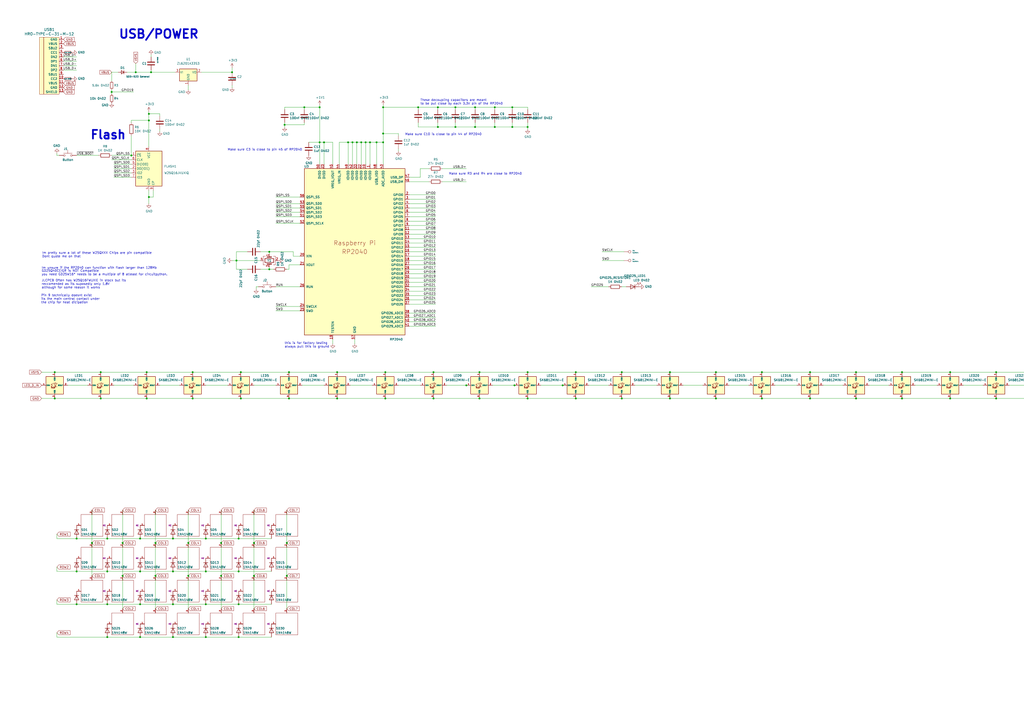
<source format=kicad_sch>
(kicad_sch (version 20231120) (generator "eeschema") (generator_version "8.0")
  (paper "A2")
  (junction (at 86.36 69.85))
  (junction (at 222.25 82.55))
  (junction (at 223.52 231.14))
  (junction (at 551.18 215.9))
  (junction (at 218.44 82.55))
  (junction (at 58.42 215.9))
  (junction (at 58.42 231.14))
  (junction (at 195.58 231.14))
  (junction (at 360.68 215.9))
  (junction (at 156.21 156.21))
  (junction (at 81.28 312.42))
  (junction (at 212.09 82.55))
  (junction (at 87.63 41.91))
  (junction (at 100.33 312.42))
  (junction (at 109.22 334.01))
  (junction (at 651.51 223.52))
  (junction (at 81.28 331.47))
  (junction (at 185.42 82.55))
  (junction (at 86.36 114.3))
  (junction (at 137.16 151.13))
  (junction (at 287.02 62.23))
  (junction (at 577.85 231.14))
  (junction (at 156.21 146.05))
  (junction (at 713.74 215.9))
  (junction (at 388.62 231.14))
  (junction (at 147.32 314.96))
  (junction (at 306.07 215.9))
  (junction (at 166.37 334.01))
  (junction (at 31.75 231.14))
  (junction (at 44.45 350.52))
  (junction (at 223.52 215.9))
  (junction (at 90.17 334.01))
  (junction (at 62.23 369.57))
  (junction (at 44.45 312.42))
  (junction (at 306.07 231.14))
  (junction (at 71.12 334.01))
  (junction (at 165.1 72.39))
  (junction (at 31.75 215.9))
  (junction (at 278.13 231.14))
  (junction (at 207.01 82.55))
  (junction (at 119.38 350.52))
  (junction (at 81.28 369.57))
  (junction (at 415.29 215.9))
  (junction (at 222.25 62.23))
  (junction (at 441.96 215.9))
  (junction (at 71.12 314.96))
  (junction (at 147.32 334.01))
  (junction (at 195.58 215.9))
  (junction (at 81.28 350.52))
  (junction (at 632.46 215.9))
  (junction (at 62.23 350.52))
  (junction (at 254 73.66))
  (junction (at 78.74 41.91))
  (junction (at 76.2 90.17))
  (junction (at 469.9 231.14))
  (junction (at 287.02 73.66))
  (junction (at 360.68 231.14))
  (junction (at 659.13 231.14))
  (junction (at 109.22 314.96))
  (junction (at 496.57 215.9))
  (junction (at 44.45 331.47))
  (junction (at 119.38 312.42))
  (junction (at 119.38 369.57))
  (junction (at 138.43 331.47))
  (junction (at 270.51 223.52))
  (junction (at 128.27 334.01))
  (junction (at 441.96 231.14))
  (junction (at 297.18 62.23))
  (junction (at 685.8 231.14))
  (junction (at 201.93 82.55))
  (junction (at 577.85 215.9))
  (junction (at 254 62.23))
  (junction (at 278.13 215.9))
  (junction (at 167.64 231.14))
  (junction (at 139.7 231.14))
  (junction (at 167.64 215.9))
  (junction (at 275.59 62.23))
  (junction (at 138.43 369.57))
  (junction (at 119.38 331.47))
  (junction (at 334.01 231.14))
  (junction (at 138.43 312.42))
  (junction (at 90.17 314.96))
  (junction (at 100.33 331.47))
  (junction (at 111.76 231.14))
  (junction (at 713.74 231.14))
  (junction (at 222.25 77.47))
  (junction (at 297.18 73.66))
  (junction (at 306.07 73.66))
  (junction (at 85.09 215.9))
  (junction (at 128.27 314.96))
  (junction (at 86.36 66.04))
  (junction (at 111.76 215.9))
  (junction (at 326.39 223.52))
  (junction (at 209.55 82.55))
  (junction (at 176.53 62.23))
  (junction (at 264.16 62.23))
  (junction (at 251.46 215.9))
  (junction (at 166.37 314.96))
  (junction (at 496.57 231.14))
  (junction (at 469.9 215.9))
  (junction (at 139.7 215.9))
  (junction (at 659.13 215.9))
  (junction (at 100.33 369.57))
  (junction (at 138.43 350.52))
  (junction (at 632.46 231.14))
  (junction (at 264.16 73.66))
  (junction (at 214.63 82.55))
  (junction (at 242.57 62.23))
  (junction (at 204.47 82.55))
  (junction (at 187.96 82.55))
  (junction (at 64.77 53.34))
  (junction (at 100.33 350.52))
  (junction (at 415.29 231.14))
  (junction (at 134.62 41.91))
  (junction (at 523.24 231.14))
  (junction (at 604.52 231.14))
  (junction (at 62.23 331.47))
  (junction (at 85.09 231.14))
  (junction (at 251.46 231.14))
  (junction (at 551.18 231.14))
  (junction (at 298.45 223.52))
  (junction (at 53.34 314.96))
  (junction (at 388.62 215.9))
  (junction (at 604.52 215.9))
  (junction (at 334.01 215.9))
  (junction (at 62.23 312.42))
  (junction (at 275.59 73.66))
  (junction (at 685.8 215.9))
  (junction (at 185.42 62.23))
  (junction (at 523.24 215.9))
  (wire (pts (xy 469.9 215.9) (xy 496.57 215.9)))
  (wire (pts (xy 167.64 153.67) (xy 173.99 153.67)))
  (wire (pts (xy 360.68 215.9) (xy 388.62 215.9)))
  (wire (pts (xy 139.7 231.14) (xy 167.64 231.14)))
  (wire (pts (xy 585.47 223.52) (xy 596.9 223.52)))
  (wire (pts (xy 166.37 295.91) (xy 166.37 314.96)))
  (wire (pts (xy 119.38 350.52) (xy 138.43 350.52)))
  (wire (pts (xy 209.55 95.25) (xy 209.55 82.55)))
  (wire (pts (xy 109.22 49.53) (xy 109.22 52.07)))
  (wire (pts (xy 275.59 62.23) (xy 287.02 62.23)))
  (wire (pts (xy 87.63 33.02) (xy 87.63 31.75)))
  (wire (pts (xy 156.21 156.21) (xy 158.75 156.21)))
  (wire (pts (xy 222.25 60.96) (xy 222.25 62.23)))
  (wire (pts (xy 237.49 181.61) (xy 252.73 181.61)))
  (wire (pts (xy 396.24 223.52) (xy 407.67 223.52)))
  (wire (pts (xy 632.46 231.14) (xy 659.13 231.14)))
  (wire (pts (xy 297.18 62.23) (xy 297.18 63.5)))
  (wire (pts (xy 231.14 86.36) (xy 231.14 87.63)))
  (wire (pts (xy 612.14 223.52) (xy 624.84 223.52)))
  (wire (pts (xy 243.84 97.79) (xy 248.92 97.79)))
  (wire (pts (xy 173.99 114.3) (xy 160.02 114.3)))
  (wire (pts (xy 237.49 158.75) (xy 252.73 158.75)))
  (wire (pts (xy 209.55 82.55) (xy 212.09 82.55)))
  (wire (pts (xy 685.8 215.9) (xy 713.74 215.9)))
  (wire (pts (xy 195.58 215.9) (xy 223.52 215.9)))
  (wire (pts (xy 577.85 215.9) (xy 604.52 215.9)))
  (wire (pts (xy 237.49 156.21) (xy 252.73 156.21)))
  (wire (pts (xy 78.74 41.91) (xy 87.63 41.91)))
  (wire (pts (xy 640.08 223.52) (xy 651.51 223.52)))
  (wire (pts (xy 71.12 314.96) (xy 71.12 334.01)))
  (wire (pts (xy 659.13 215.9) (xy 685.8 215.9)))
  (wire (pts (xy 685.8 231.14) (xy 713.74 231.14)))
  (wire (pts (xy 237.49 184.15) (xy 252.73 184.15)))
  (wire (pts (xy 170.18 148.59) (xy 170.18 146.05)))
  (wire (pts (xy 64.77 46.99) (xy 64.77 41.91)))
  (wire (pts (xy 81.28 331.47) (xy 100.33 331.47)))
  (wire (pts (xy 81.28 369.57) (xy 100.33 369.57)))
  (wire (pts (xy 137.16 156.21) (xy 137.16 151.13)))
  (wire (pts (xy 259.08 223.52) (xy 270.51 223.52)))
  (wire (pts (xy 313.69 223.52) (xy 326.39 223.52)))
  (wire (pts (xy 297.18 62.23) (xy 306.07 62.23)))
  (wire (pts (xy 100.33 312.42) (xy 119.38 312.42)))
  (wire (pts (xy 237.49 120.65) (xy 252.73 120.65)))
  (wire (pts (xy 86.36 114.3) (xy 88.9 114.3)))
  (wire (pts (xy 237.49 143.51) (xy 252.73 143.51)))
  (wire (pts (xy 100.33 331.47) (xy 119.38 331.47)))
  (wire (pts (xy 306.07 231.14) (xy 334.01 231.14)))
  (wire (pts (xy 92.71 67.31) (xy 92.71 66.04)))
  (wire (pts (xy 306.07 215.9) (xy 334.01 215.9)))
  (wire (pts (xy 237.49 146.05) (xy 252.73 146.05)))
  (wire (pts (xy 237.49 113.03) (xy 252.73 113.03)))
  (wire (pts (xy 175.26 223.52) (xy 187.96 223.52)))
  (wire (pts (xy 64.77 92.71) (xy 76.2 92.71)))
  (wire (pts (xy 721.36 223.52) (xy 734.06 223.52)))
  (wire (pts (xy 33.02 369.57) (xy 62.23 369.57)))
  (wire (pts (xy 306.07 71.12) (xy 306.07 73.66)))
  (wire (pts (xy 237.49 189.23) (xy 252.73 189.23)))
  (wire (pts (xy 713.74 231.14) (xy 741.68 231.14)))
  (wire (pts (xy 53.34 295.91) (xy 53.34 314.96)))
  (wire (pts (xy 477.52 223.52) (xy 488.95 223.52)))
  (wire (pts (xy 165.1 72.39) (xy 176.53 72.39)))
  (wire (pts (xy 137.16 151.13) (xy 151.13 151.13)))
  (wire (pts (xy 237.49 186.69) (xy 252.73 186.69)))
  (wire (pts (xy 353.06 166.37) (xy 342.9 166.37)))
  (wire (pts (xy 218.44 95.25) (xy 218.44 82.55)))
  (wire (pts (xy 66.04 223.52) (xy 77.47 223.52)))
  (wire (pts (xy 128.27 295.91) (xy 128.27 314.96)))
  (wire (pts (xy 138.43 331.47) (xy 157.48 331.47)))
  (wire (pts (xy 173.99 129.54) (xy 160.02 129.54)))
  (wire (pts (xy 242.57 62.23) (xy 254 62.23)))
  (wire (pts (xy 87.63 41.91) (xy 101.6 41.91)))
  (wire (pts (xy 666.75 223.52) (xy 678.18 223.52)))
  (wire (pts (xy 237.49 140.97) (xy 252.73 140.97)))
  (wire (pts (xy 36.83 40.64) (xy 44.45 40.64)))
  (wire (pts (xy 33.02 367.03) (xy 33.02 369.57)))
  (wire (pts (xy 44.45 312.42) (xy 62.23 312.42)))
  (wire (pts (xy 81.28 350.52) (xy 100.33 350.52)))
  (wire (pts (xy 92.71 223.52) (xy 104.14 223.52)))
  (wire (pts (xy 24.13 215.9) (xy 31.75 215.9)))
  (wire (pts (xy 193.04 82.55) (xy 187.96 82.55)))
  (wire (pts (xy 167.64 215.9) (xy 195.58 215.9)))
  (wire (pts (xy 212.09 82.55) (xy 214.63 82.55)))
  (wire (pts (xy 659.13 231.14) (xy 685.8 231.14)))
  (wire (pts (xy 160.02 118.11) (xy 173.99 118.11)))
  (wire (pts (xy 577.85 231.14) (xy 604.52 231.14)))
  (wire (pts (xy 504.19 223.52) (xy 515.62 223.52)))
  (wire (pts (xy 185.42 82.55) (xy 179.07 82.55)))
  (wire (pts (xy 237.49 166.37) (xy 252.73 166.37)))
  (wire (pts (xy 76.2 69.85) (xy 86.36 69.85)))
  (wire (pts (xy 237.49 173.99) (xy 252.73 173.99)))
  (wire (pts (xy 31.75 215.9) (xy 58.42 215.9)))
  (wire (pts (xy 173.99 180.34) (xy 160.02 180.34)))
  (wire (pts (xy 256.54 105.41) (xy 270.51 105.41)))
  (wire (pts (xy 66.04 97.79) (xy 76.2 97.79)))
  (wire (pts (xy 195.58 231.14) (xy 223.52 231.14)))
  (wire (pts (xy 334.01 231.14) (xy 360.68 231.14)))
  (wire (pts (xy 278.13 231.14) (xy 306.07 231.14)))
  (wire (pts (xy 297.18 73.66) (xy 306.07 73.66)))
  (wire (pts (xy 201.93 95.25) (xy 201.93 82.55)))
  (wire (pts (xy 176.53 63.5) (xy 176.53 62.23)))
  (wire (pts (xy 151.13 156.21) (xy 156.21 156.21)))
  (wire (pts (xy 33.02 347.98) (xy 33.02 350.52)))
  (wire (pts (xy 297.18 73.66) (xy 287.02 73.66)))
  (wire (pts (xy 138.43 369.57) (xy 157.48 369.57)))
  (wire (pts (xy 207.01 82.55) (xy 209.55 82.55)))
  (wire (pts (xy 64.77 52.07) (xy 64.77 53.34)))
  (wire (pts (xy 156.21 146.05) (xy 156.21 147.32)))
  (wire (pts (xy 149.86 166.37) (xy 148.59 166.37)))
  (wire (pts (xy 204.47 95.25) (xy 204.47 82.55)))
  (wire (pts (xy 651.51 223.52) (xy 652.78 223.52)))
  (wire (pts (xy 334.01 215.9) (xy 360.68 215.9)))
  (wire (pts (xy 415.29 215.9) (xy 441.96 215.9)))
  (wire (pts (xy 361.95 146.05) (xy 349.25 146.05)))
  (wire (pts (xy 264.16 63.5) (xy 264.16 62.23)))
  (wire (pts (xy 214.63 82.55) (xy 214.63 95.25)))
  (wire (pts (xy 201.93 82.55) (xy 204.47 82.55)))
  (wire (pts (xy 275.59 73.66) (xy 264.16 73.66)))
  (wire (pts (xy 368.3 223.52) (xy 381 223.52)))
  (wire (pts (xy 156.21 146.05) (xy 170.18 146.05)))
  (wire (pts (xy 64.77 53.34) (xy 77.47 53.34)))
  (wire (pts (xy 109.22 334.01) (xy 109.22 353.06)))
  (wire (pts (xy 87.63 40.64) (xy 87.63 41.91)))
  (wire (pts (xy 523.24 231.14) (xy 551.18 231.14)))
  (wire (pts (xy 166.37 314.96) (xy 166.37 334.01)))
  (wire (pts (xy 160.02 166.37) (xy 173.99 166.37)))
  (wire (pts (xy 33.02 328.93) (xy 33.02 331.47)))
  (wire (pts (xy 243.84 97.79) (xy 243.84 102.87)))
  (wire (pts (xy 222.25 77.47) (xy 231.14 77.47)))
  (wire (pts (xy 160.02 120.65) (xy 173.99 120.65)))
  (wire (pts (xy 76.2 78.74) (xy 76.2 90.17)))
  (wire (pts (xy 242.57 73.66) (xy 254 73.66)))
  (wire (pts (xy 62.23 350.52) (xy 81.28 350.52)))
  (wire (pts (xy 92.71 66.04) (xy 86.36 66.04)))
  (wire (pts (xy 165.1 62.23) (xy 176.53 62.23)))
  (wire (pts (xy 58.42 215.9) (xy 85.09 215.9)))
  (wire (pts (xy 237.49 151.13) (xy 252.73 151.13)))
  (wire (pts (xy 134.62 49.53) (xy 134.62 50.8)))
  (wire (pts (xy 222.25 62.23) (xy 242.57 62.23)))
  (wire (pts (xy 176.53 72.39) (xy 176.53 71.12)))
  (wire (pts (xy 231.14 223.52) (xy 243.84 223.52)))
  (wire (pts (xy 207.01 95.25) (xy 207.01 82.55)))
  (wire (pts (xy 44.45 33.02) (xy 36.83 33.02)))
  (wire (pts (xy 147.32 295.91) (xy 147.32 314.96)))
  (wire (pts (xy 222.25 62.23) (xy 222.25 77.47)))
  (wire (pts (xy 187.96 82.55) (xy 185.42 82.55)))
  (wire (pts (xy 237.49 135.89) (xy 252.73 135.89)))
  (wire (pts (xy 264.16 71.12) (xy 264.16 73.66)))
  (wire (pts (xy 251.46 215.9) (xy 278.13 215.9)))
  (wire (pts (xy 254 73.66) (xy 264.16 73.66)))
  (wire (pts (xy 193.04 196.85) (xy 193.04 199.39)))
  (wire (pts (xy 222.25 82.55) (xy 222.25 95.25)))
  (wire (pts (xy 119.38 223.52) (xy 132.08 223.52)))
  (wire (pts (xy 44.45 331.47) (xy 62.23 331.47)))
  (wire (pts (xy 237.49 115.57) (xy 252.73 115.57)))
  (wire (pts (xy 128.27 314.96) (xy 128.27 334.01)))
  (wire (pts (xy 148.59 166.37) (xy 148.59 167.64)))
  (wire (pts (xy 237.49 153.67) (xy 252.73 153.67)))
  (wire (pts (xy 109.22 314.96) (xy 109.22 334.01)))
  (wire (pts (xy 90.17 314.96) (xy 90.17 334.01)))
  (wire (pts (xy 33.02 350.52) (xy 44.45 350.52)))
  (wire (pts (xy 237.49 163.83) (xy 252.73 163.83)))
  (wire (pts (xy 306.07 62.23) (xy 306.07 63.5)))
  (wire (pts (xy 64.77 90.17) (xy 76.2 90.17)))
  (wire (pts (xy 551.18 231.14) (xy 577.85 231.14)))
  (wire (pts (xy 109.22 295.91) (xy 109.22 314.96)))
  (wire (pts (xy 341.63 223.52) (xy 353.06 223.52)))
  (wire (pts (xy 237.49 130.81) (xy 252.73 130.81)))
  (wire (pts (xy 134.62 39.37) (xy 134.62 41.91)))
  (wire (pts (xy 237.49 128.27) (xy 252.73 128.27)))
  (wire (pts (xy 76.2 100.33) (xy 66.04 100.33)))
  (wire (pts (xy 237.49 133.35) (xy 252.73 133.35)))
  (wire (pts (xy 496.57 215.9) (xy 523.24 215.9)))
  (wire (pts (xy 287.02 71.12) (xy 287.02 73.66)))
  (wire (pts (xy 62.23 331.47) (xy 81.28 331.47)))
  (wire (pts (xy 92.71 74.93) (xy 92.71 76.2)))
  (wire (pts (xy 632.46 215.9) (xy 659.13 215.9)))
  (wire (pts (xy 237.49 105.41) (xy 248.92 105.41)))
  (wire (pts (xy 33.02 331.47) (xy 44.45 331.47)))
  (wire (pts (xy 31.75 231.14) (xy 58.42 231.14)))
  (wire (pts (xy 58.42 231.14) (xy 85.09 231.14)))
  (wire (pts (xy 119.38 369.57) (xy 138.43 369.57)))
  (wire (pts (xy 212.09 95.25) (xy 212.09 82.55)))
  (wire (pts (xy 62.23 312.42) (xy 81.28 312.42)))
  (wire (pts (xy 196.85 95.25) (xy 196.85 82.55)))
  (wire (pts (xy 237.49 171.45) (xy 252.73 171.45)))
  (wire (pts (xy 85.09 231.14) (xy 111.76 231.14)))
  (wire (pts (xy 44.45 350.52) (xy 62.23 350.52)))
  (wire (pts (xy 349.25 151.13) (xy 361.95 151.13)))
  (wire (pts (xy 287.02 73.66) (xy 275.59 73.66)))
  (wire (pts (xy 57.15 90.17) (xy 44.45 90.17)))
  (wire (pts (xy 254 62.23) (xy 264.16 62.23)))
  (wire (pts (xy 76.2 102.87) (xy 66.04 102.87)))
  (wire (pts (xy 111.76 231.14) (xy 139.7 231.14)))
  (wire (pts (xy 128.27 334.01) (xy 128.27 353.06)))
  (wire (pts (xy 76.2 95.25) (xy 66.04 95.25)))
  (wire (pts (xy 193.04 95.25) (xy 193.04 82.55)))
  (wire (pts (xy 85.09 215.9) (xy 111.76 215.9)))
  (wire (pts (xy 496.57 231.14) (xy 523.24 231.14)))
  (wire (pts (xy 173.99 177.8) (xy 160.02 177.8)))
  (wire (pts (xy 469.9 231.14) (xy 496.57 231.14)))
  (wire (pts (xy 254 63.5) (xy 254 62.23)))
  (wire (pts (xy 64.77 41.91) (xy 68.58 41.91)))
  (wire (pts (xy 62.23 369.57) (xy 81.28 369.57)))
  (wire (pts (xy 285.75 223.52) (xy 298.45 223.52)))
  (wire (pts (xy 604.52 215.9) (xy 632.46 215.9)))
  (wire (pts (xy 86.36 66.04) (xy 86.36 69.85)))
  (wire (pts (xy 34.29 90.17) (xy 33.02 90.17)))
  (wire (pts (xy 693.42 223.52) (xy 706.12 223.52)))
  (wire (pts (xy 33.02 309.88) (xy 33.02 312.42)))
  (wire (pts (xy 86.36 114.3) (xy 86.36 110.49)))
  (wire (pts (xy 170.18 148.59) (xy 173.99 148.59)))
  (wire (pts (xy 256.54 97.79) (xy 270.51 97.79)))
  (wire (pts (xy 441.96 215.9) (xy 469.9 215.9)))
  (wire (pts (xy 33.02 312.42) (xy 44.45 312.42)))
  (wire (pts (xy 134.62 151.13) (xy 137.16 151.13)))
  (wire (pts (xy 44.45 38.1) (xy 36.83 38.1)))
  (wire (pts (xy 167.64 231.14) (xy 195.58 231.14)))
  (wire (pts (xy 237.49 138.43) (xy 252.73 138.43)))
  (wire (pts (xy 214.63 82.55) (xy 218.44 82.55)))
  (wire (pts (xy 100.33 350.52) (xy 119.38 350.52)))
  (wire (pts (xy 360.68 166.37) (xy 363.22 166.37)))
  (wire (pts (xy 187.96 95.25) (xy 187.96 82.55)))
  (wire (pts (xy 86.36 118.11) (xy 86.36 114.3)))
  (wire (pts (xy 100.33 369.57) (xy 119.38 369.57)))
  (wire (pts (xy 251.46 231.14) (xy 278.13 231.14)))
  (wire (pts (xy 523.24 215.9) (xy 551.18 215.9)))
  (wire (pts (xy 137.16 151.13) (xy 137.16 146.05)))
  (wire (pts (xy 237.49 148.59) (xy 252.73 148.59)))
  (wire (pts (xy 237.49 161.29) (xy 252.73 161.29)))
  (wire (pts (xy 231.14 78.74) (xy 231.14 77.47)))
  (wire (pts (xy 176.53 62.23) (xy 185.42 62.23)))
  (wire (pts (xy 165.1 63.5) (xy 165.1 62.23)))
  (wire (pts (xy 275.59 63.5) (xy 275.59 62.23)))
  (wire (pts (xy 165.1 71.12) (xy 165.1 72.39)))
  (wire (pts (xy 139.7 215.9) (xy 167.64 215.9)))
  (wire (pts (xy 297.18 71.12) (xy 297.18 73.66)))
  (wire (pts (xy 223.52 215.9) (xy 251.46 215.9)))
  (wire (pts (xy 71.12 334.01) (xy 71.12 353.06)))
  (wire (pts (xy 166.37 156.21) (xy 167.64 156.21)))
  (wire (pts (xy 73.66 41.91) (xy 78.74 41.91)))
  (wire (pts (xy 237.49 125.73) (xy 252.73 125.73)))
  (wire (pts (xy 196.85 82.55) (xy 201.93 82.55)))
  (wire (pts (xy 254 73.66) (xy 254 71.12)))
  (wire (pts (xy 287.02 62.23) (xy 297.18 62.23)))
  (wire (pts (xy 237.49 168.91) (xy 252.73 168.91)))
  (wire (pts (xy 147.32 223.52) (xy 160.02 223.52)))
  (wire (pts (xy 143.51 156.21) (xy 137.16 156.21)))
  (wire (pts (xy 278.13 215.9) (xy 306.07 215.9)))
  (wire (pts (xy 441.96 231.14) (xy 469.9 231.14)))
  (wire (pts (xy 33.02 90.17) (xy 33.02 88.9)))
  (wire (pts (xy 205.74 196.85) (xy 205.74 199.39)))
  (wire (pts (xy 218.44 82.55) (xy 222.25 82.55)))
  (wire (pts (xy 81.28 312.42) (xy 100.33 312.42)))
  (wire (pts (xy 147.32 334.01) (xy 147.32 353.06)))
  (wire (pts (xy 90.17 295.91) (xy 90.17 314.96)))
  (wire (pts (xy 203.2 223.52) (xy 215.9 223.52)))
  (wire (pts (xy 119.38 312.42) (xy 138.43 312.42)))
  (wire (pts (xy 242.57 71.12) (xy 242.57 73.66)))
  (wire (pts (xy 237.49 102.87) (xy 243.84 102.87)))
  (wire (pts (xy 86.36 64.77) (xy 86.36 66.04)))
  (wire (pts (xy 53.34 314.96) (xy 53.34 334.01)))
  (wire (pts (xy 156.21 154.94) (xy 156.21 156.21)))
  (wire (pts (xy 275.59 71.12) (xy 275.59 73.66)))
  (wire (pts (xy 166.37 334.01) (xy 166.37 353.06)))
  (wire (pts (xy 264.16 62.23) (xy 275.59 62.23)))
  (wire (pts (xy 530.86 223.52) (xy 543.56 223.52)))
  (wire (pts (xy 147.32 314.96) (xy 147.32 334.01)))
  (wire (pts (xy 223.52 231.14) (xy 251.46 231.14)))
  (wire (pts (xy 185.42 82.55) (xy 185.42 95.25)))
  (wire (pts (xy 138.43 312.42) (xy 157.48 312.42)))
  (wire (pts (xy 111.76 215.9) (xy 139.7 215.9)))
  (wire (pts (xy 76.2 71.12) (xy 76.2 69.85)))
  (wire (pts (xy 137.16 146.05) (xy 143.51 146.05)))
  (wire (pts (xy 167.64 156.21) (xy 167.64 153.67)))
  (wire (pts (xy 306.07 74.93) (xy 306.07 73.66)))
  (wire (pts (xy 604.52 231.14) (xy 632.46 231.14)))
  (wire (pts (xy 39.37 223.52) (xy 50.8 223.52)))
  (wire (pts (xy 185.42 60.96) (xy 185.42 62.23)))
  (wire (pts (xy 237.49 118.11) (xy 252.73 118.11)))
  (wire (pts (xy 270.51 223.52) (xy 271.78 223.52)))
  (wire (pts (xy 90.17 334.01) (xy 90.17 353.06)))
  (wire (pts (xy 242.57 63.5) (xy 242.57 62.23)))
  (wire (pts (xy 88.9 114.3) (xy 88.9 110.49)))
  (wire (pts (xy 24.13 231.14) (xy 31.75 231.14)))
  (wire (pts (xy 422.91 223.52) (xy 434.34 223.52)))
  (wire (pts (xy 237.49 176.53) (xy 252.73 176.53)))
  (wire (pts (xy 449.58 223.52) (xy 462.28 223.52)))
  (wire (pts (xy 36.83 35.56) (xy 44.45 35.56)))
  (wire (pts (xy 558.8 223.52) (xy 570.23 223.52)))
  (wire (pts (xy 78.74 36.83) (xy 78.74 41.91)))
  (wire (pts (xy 160.02 123.19) (xy 173.99 123.19)))
  (wire (pts (xy 287.02 63.5) (xy 287.02 62.23)))
  (wire (pts (xy 165.1 72.39) (xy 165.1 73.66)))
  (wire (pts (xy 138.43 350.52) (xy 157.48 350.52)))
  (wire (pts (xy 64.77 54.61) (xy 64.77 53.34)))
  (wire (pts (xy 388.62 231.14) (xy 388.62 215.9)))
  (wire (pts (xy 551.18 215.9) (xy 577.85 215.9)))
  (wire (pts (xy 360.68 231.14) (xy 388.62 231.14)))
  (wire (pts (xy 713.74 215.9) (xy 741.68 215.9)))
  (wire (pts (xy 237.49 123.19) (xy 252.73 123.19)))
  (wire (pts (xy 71.12 295.91) (xy 71.12 314.96)))
  (wire (pts (xy 151.13 146.05) (xy 156.21 146.05)))
  (wire (pts (xy 298.45 223.52) (xy 299.72 223.52)))
  (wire (pts (xy 388.62 215.9) (xy 415.29 215.9)))
  (wire (pts (xy 185.42 62.23) (xy 185.42 82.55)))
  (wire (pts (xy 222.25 77.47) (xy 222.25 82.55)))
  (wire (pts (xy 326.39 223.52) (xy 327.66 223.52)))
  (wire (pts (xy 160.02 125.73) (xy 173.99 125.73)))
  (wire (pts (xy 204.47 82.55) (xy 207.01 82.55)))
  (wire (pts (xy 119.38 331.47) (xy 138.43 331.47)))
  (wire (pts (xy 86.36 69.85) (xy 86.36 85.09)))
  (wire (pts (xy 116.84 41.91) (xy 134.62 41.91)))
  (wire (pts (xy 415.29 231.14) (xy 441.96 231.14)))
  (wire (pts (xy 388.62 231.14) (xy 415.29 231.14)))
  (text "Make sure C3 is close to pin 45 of RP2040" (at 175.26 87.63 0) (effects (font (size 1.27 1.27)) (justify right bottom)))
  (text "USB/POWER" (at 68.58 22.86 0) (effects (font (size 5.0038 5.0038) (thickness 1.0008) (bold yes)) (justify left bottom)))
  (text "Pin 9 technically doesnt exist\nits the main central contact under\nthe chip for heat dicipation" (at 23.876 176.276 0) (effects (font (size 1.27 1.27)) (justify left bottom)))
  (text "JLCPCB Often has W25Q16FWUXIE in stock but its \nreccomended as its suposedly only 1.8V\nalthough for some reason it works" (at 24.13 167.64 0) (effects (font (size 1.27 1.27)) (justify left bottom)))
  (text "Make sure C10 is close to pin 44 of RP2040" (at 234.95 78.74 0) (effects (font (size 1.27 1.27)) (justify left bottom)))
  (text "Make sure R3 and R4 are close to RP2040" (at 260.35 101.6 0) (effects (font (size 1.27 1.27)) (justify left bottom)))
  (text "Flash" (at 52.07 81.28 0) (effects (font (size 5.0038 5.0038) (thickness 1.0008) (bold yes)) (justify left bottom)))
  (text "Im unsure if the RP2040 can function with flash larger than 128Mb" (at 24.13 156.21 0) (effects (font (size 1.27 1.27)) (justify left bottom)))
  (text "GD25Q40CEIGR is NOT Compatible\nyou need GD25W16* needs to be a multiple of 8 atleast for circuitpython." (at 24.13 160.02 0) (effects (font (size 1.27 1.27)) (justify left bottom)))
  (text "Im pretty sure a lot of these W25QXXX Chips are pin compatible\nDont quote me on that" (at 24.384 149.606 0) (effects (font (size 1.27 1.27)) (justify left bottom)))
  (text "this is for factory testing\nalways pull this to ground" (at 165.1 201.93 0) (effects (font (size 1.27 1.27)) (justify left bottom)))
  (text "These decoupling capacitors are meant\nto be put close by each 3.3V pin of the RP2040" (at 243.84 60.96 0) (effects (font (size 1.27 1.27)) (justify left bottom)))
  (label "GPIO7" (at 252.73 130.81 180))
  (label "GPIO23" (at 252.73 171.45 180))
  (label "SWCLK" (at 160.02 177.8 0))
  (label "GPIO0" (at 252.73 113.03 180))
  (label "GPIO27_ADC1" (at 252.73 184.15 180))
  (label "QSPI_SCLK" (at 64.77 92.71 0))
  (label "GPIO14" (at 252.73 148.59 180))
  (label "USB_D-" (at 44.45 33.02 180))
  (label "GPIO6" (at 252.73 128.27 180))
  (label "GPIO1" (at 252.73 115.57 180))
  (label "QSPI_SD2" (at 160.02 123.19 0))
  (label "GPIO18" (at 252.73 158.75 180))
  (label "QSPI_SD1" (at 66.04 97.79 0))
  (label "GPIO5" (at 252.73 125.73 180))
  (label "QSPI_SS" (at 67.31 90.17 0))
  (label "QSPI_SCLK" (at 160.02 129.54 0))
  (label "QSPI_SD2" (at 66.04 100.33 0))
  (label "GPIO25" (at 342.9 166.37 0))
  (label "GPIO21" (at 252.73 166.37 180))
  (label "GPIO15" (at 252.73 151.13 180))
  (label "GPIO16" (at 252.73 153.67 180))
  (label "QSPI_SD1" (at 160.02 120.65 0))
  (label "QSPI_SD3" (at 66.04 102.87 0))
  (label "GPIO12" (at 252.73 143.51 180))
  (label "USB_D+" (at 44.45 40.64 180))
  (label "SWCLK" (at 349.25 146.05 0))
  (label "GPIO24" (at 252.73 173.99 180))
  (label "GPIO29_ADC3" (at 252.73 189.23 180))
  (label "GPIO19" (at 77.47 53.34 180))
  (label "GPIO20" (at 252.73 163.83 180))
  (label "GPIO25" (at 252.73 176.53 180))
  (label "QSPI_SD3" (at 160.02 125.73 0))
  (label "GPIO26_ADC0" (at 252.73 181.61 180))
  (label "QSPI_SD0" (at 66.04 95.25 0))
  (label "SWD" (at 349.25 151.13 0))
  (label "GPIO28_ADC2" (at 252.73 186.69 180))
  (label "GPIO2" (at 252.73 118.11 180))
  (label "GPIO3" (at 252.73 120.65 180))
  (label "RUN" (at 160.02 166.37 0))
  (label "GPIO4" (at 252.73 123.19 180))
  (label "QSPI_SS" (at 160.02 114.3 0))
  (label "~{USB_BOOT}" (at 44.45 90.17 0))
  (label "QSPI_SD0" (at 160.02 118.11 0))
  (label "USB_D-" (at 270.51 105.41 180))
  (label "GPIO8" (at 252.73 133.35 180))
  (label "GPIO19" (at 252.73 161.29 180))
  (label "GPIO13" (at 252.73 146.05 180))
  (label "GPIO10" (at 252.73 138.43 180))
  (label "USB_D-" (at 44.45 38.1 180))
  (label "SWD" (at 160.02 180.34 0))
  (label "GPIO9" (at 252.73 135.89 180))
  (label "GPIO11" (at 252.73 140.97 180))
  (label "GPIO17" (at 252.73 156.21 180))
  (label "GPIO22" (at 252.73 168.91 180))
  (label "USB_D+" (at 44.45 35.56 180))
  (label "USB_D+" (at 270.51 97.79 180))
  (global_label "VBUS" (shape input) (at 36.83 25.4 0) (effects (font (size 1.1938 1.1938))) (property "Intersheetrefs" "${INTERSHEET_REFS}" (effects (hide yes))))
  (global_label "COL7" (shape input) (at 166.37 353.06 0) (property "Intersheetrefs" "${INTERSHEET_REFS}" (effects (hide yes))))
  (global_label "COL3" (shape input) (at 90.17 353.06 0) (property "Intersheetrefs" "${INTERSHEET_REFS}" (effects (hide yes))))
  (global_label "COL2" (shape input) (at 71.12 353.06 0) (property "Intersheetrefs" "${INTERSHEET_REFS}" (effects (hide yes))))
  (global_label "GND" (shape input) (at 36.83 22.86 0) (property "Intersheetrefs" "${INTERSHEET_REFS}" (effects (hide yes))))
  (global_label "ROW3" (shape input) (at 33.02 347.98 0) (property "Intersheetrefs" "${INTERSHEET_REFS}" (effects (hide yes))))
  (global_label "COL5" (shape input) (at 128.27 314.96 0) (property "Intersheetrefs" "${INTERSHEET_REFS}" (effects (hide yes))))
  (global_label "COL6" (shape input) (at 147.32 295.91 0) (property "Intersheetrefs" "${INTERSHEET_REFS}" (effects (hide yes))))
  (global_label "COL2" (shape input) (at 71.12 334.01 0) (property "Intersheetrefs" "${INTERSHEET_REFS}" (effects (hide yes))))
  (global_label "GND" (shape input) (at 24.13 231.14 180) (property "Intersheetrefs" "${INTERSHEET_REFS}" (effects (hide yes))))
  (global_label "ROW2" (shape input) (at 33.02 328.93 0) (property "Intersheetrefs" "${INTERSHEET_REFS}" (effects (hide yes))))
  (global_label "VBUS" (shape input) (at 36.83 48.26 0) (effects (font (size 1.1938 1.1938))) (property "Intersheetrefs" "${INTERSHEET_REFS}" (effects (hide yes))))
  (global_label "COL5" (shape input) (at 128.27 295.91 0) (property "Intersheetrefs" "${INTERSHEET_REFS}" (effects (hide yes))))
  (global_label "VSYS" (shape input) (at 78.74 36.83 90) (effects (font (size 1.1938 1.1938))) (property "Intersheetrefs" "${INTERSHEET_REFS}" (effects (hide yes))))
  (global_label "COL5" (shape input) (at 128.27 334.01 0) (property "Intersheetrefs" "${INTERSHEET_REFS}" (effects (hide yes))))
  (global_label "COL3" (shape input) (at 90.17 314.96 0) (property "Intersheetrefs" "${INTERSHEET_REFS}" (effects (hide yes))))
  (global_label "COL6" (shape input) (at 147.32 353.06 0) (property "Intersheetrefs" "${INTERSHEET_REFS}" (effects (hide yes))))
  (global_label "GND" (shape input) (at 36.83 53.34 0) (property "Intersheetrefs" "${INTERSHEET_REFS}" (effects (hide yes))))
  (global_label "GND" (shape input) (at 36.83 50.8 0) (property "Intersheetrefs" "${INTERSHEET_REFS}" (effects (hide yes))))
  (global_label "ROW1" (shape input) (at 33.02 309.88 0) (property "Intersheetrefs" "${INTERSHEET_REFS}" (effects (hide yes))))
  (global_label "COL4" (shape input) (at 109.22 314.96 0) (property "Intersheetrefs" "${INTERSHEET_REFS}" (effects (hide yes))))
  (global_label "COL5" (shape input) (at 128.27 353.06 0) (property "Intersheetrefs" "${INTERSHEET_REFS}" (effects (hide yes))))
  (global_label "VBUS" (shape input) (at 64.77 41.91 180) (effects (font (size 1.1938 1.1938))) (property "Intersheetrefs" "${INTERSHEET_REFS}" (effects (hide yes))))
  (global_label "COL7" (shape input) (at 166.37 295.91 0) (property "Intersheetrefs" "${INTERSHEET_REFS}" (effects (hide yes))))
  (global_label "COL2" (shape input) (at 71.12 314.96 0) (property "Intersheetrefs" "${INTERSHEET_REFS}" (effects (hide yes))))
  (global_label "COL4" (shape input) (at 109.22 334.01 0) (property "Intersheetrefs" "${INTERSHEET_REFS}" (effects (hide yes))))
  (global_label "VSYS" (shape input) (at 24.13 215.9 180) (property "Intersheetrefs" "${INTERSHEET_REFS}" (effects (hide yes))))
  (global_label "COL1" (shape input) (at 53.34 314.96 0) (property "Intersheetrefs" "${INTERSHEET_REFS}" (effects (hide yes))))
  (global_label "COL1" (shape input) (at 53.34 334.01 0) (property "Intersheetrefs" "${INTERSHEET_REFS}" (effects (hide yes))))
  (global_label "COL4" (shape input) (at 109.22 295.91 0) (property "Intersheetrefs" "${INTERSHEET_REFS}" (effects (hide yes))))
  (global_label "COL6" (shape input) (at 147.32 334.01 0) (property "Intersheetrefs" "${INTERSHEET_REFS}" (effects (hide yes))))
  (global_label "COL6" (shape input) (at 147.32 314.96 0) (property "Intersheetrefs" "${INTERSHEET_REFS}" (effects (hide yes))))
  (global_label "ROW4" (shape input) (at 33.02 367.03 0) (property "Intersheetrefs" "${INTERSHEET_REFS}" (effects (hide yes))))
  (global_label "COL2" (shape input) (at 71.12 295.91 0) (property "Intersheetrefs" "${INTERSHEET_REFS}" (effects (hide yes))))
  (global_label "COL4" (shape input) (at 109.22 353.06 0) (property "Intersheetrefs" "${INTERSHEET_REFS}" (effects (hide yes))))
  (global_label "COL3" (shape input) (at 90.17 334.01 0) (property "Intersheetrefs" "${INTERSHEET_REFS}" (effects (hide yes))))
  (global_label "COL3" (shape input) (at 90.17 295.91 0) (property "Intersheetrefs" "${INTERSHEET_REFS}" (effects (hide yes))))
  (global_label "COL7" (shape input) (at 166.37 314.96 0) (property "Intersheetrefs" "${INTERSHEET_REFS}" (effects (hide yes))))
  (global_label "LED_D_IN" (shape input) (at 24.13 223.52 180) (property "Intersheetrefs" "${INTERSHEET_REFS}" (effects (hide yes))))
  (global_label "COL1" (shape input) (at 53.34 295.91 0) (property "Intersheetrefs" "${INTERSHEET_REFS}" (effects (hide yes))))
  (global_label "COL7" (shape input) (at 166.37 334.01 0) (property "Intersheetrefs" "${INTERSHEET_REFS}" (effects (hide yes))))
  (symbol (lib_id "acheron_Symbols:SK6812MINI-E") (at 496.57 223.52 0) (unit 1)
    (property "Reference" "LED18" (at 510.54 217.8998 0))
    (property "Value" "SK6812MINI-E" (at 510.54 220.4398 0))
    (property "Footprint" "Stencils:SK6812-MINI-E" (effects (hide yes)))
    (property "Datasheet" "https://ecksteinimg.de/Datasheet/LED/LED0011/SK6812MINI-E_REV02_EN.pdf" (effects (hide yes)))
  )
  (symbol (lib_id "power:GND") (at 109.22 52.07 0) (unit 1)
    (property "Reference" "#PWR06" (effects (hide yes)))
    (property "Value" "GND" (at 105.41 53.34 0))
  )
  (symbol (lib_id "power:GND") (at 231.14 87.63 0) (unit 1)
    (property "Reference" "#PWR012" (effects (hide yes)))
    (property "Value" "GND" (at 231.267 92.0242 0))
  )
  (symbol (lib_id "power:+3V3") (at 86.36 64.77 0) (unit 1)
    (property "Reference" "#PWR013" (effects (hide yes)))
    (property "Value" "+3V3" (at 86.741 60.3758 0))
  )
  (symbol (lib_id "Device:D") (at 157.48 346.71 270) (unit 1)
    (property "Reference" "SD23" (at 160.02 345.4399 90) (effects (justify left)))
    (property "Value" "1N4148W" (at 160.02 347.9799 90) (effects (justify left)))
    (property "Footprint" "Diode_SMD:D_SOD-123F" (effects (hide yes)))
    (property "Datasheet" "Button_Switch_Keyboard:SW_Cherry_MX_1.00u_PCB_HOTSWAP_Details" (effects (hide yes)))
    (property "Description" "Diode" (effects (hide yes)))
    (property "Sim.Device" "D" (effects (hide yes)))
    (property "Sim.Pins" "1=K 2=A" (effects (hide yes)))
  )
  (symbol (lib_id "Device:C") (at 264.16 67.31 0) (unit 1)
    (property "Reference" "C7" (at 267.081 66.1416 0) (effects (justify left)))
    (property "Value" "100nf 0402" (at 267.081 68.453 0) (effects (justify left)))
    (property "Footprint" "Capacitor_SMD:C_0402_1005Metric" (effects (hide yes)))
    (property "LCSC" " " (effects (hide yes)))
  )
  (symbol (lib_id "Device:R") (at 162.56 156.21 90) (unit 1)
    (property "Reference" "R9" (at 161.3916 154.432 0) (effects (justify left)))
    (property "Value" "1K 0402" (at 163.703 154.432 0) (effects (justify left)))
    (property "Footprint" "Resistor_SMD:R_0402_1005Metric" (effects (hide yes)))
    (property "LCSC" "  " (effects (hide yes)))
  )
  (symbol (lib_id "power:GND") (at 33.02 88.9 180) (unit 1)
    (property "Reference" "#PWR016" (effects (hide yes)))
    (property "Value" "GND" (at 32.893 84.5058 0))
  )
  (symbol (lib_id "acheron_Symbols:Mechanical_Switch") (at 53.34 342.9 0) (unit 1)
    (property "Reference" "SW15" (effects (hide yes)))
    (property "Value" "CPG151101S11" (effects (hide yes)))
    (property "Footprint" "Button_Switch_Keyboard:SW_Cherry_MX_1.00u_PCB_HOTSWAP_Details" (effects (hide yes)))
    (property "Description" "Keyboard mechanical switch" (effects (hide yes)))
    (property "Keycode" "KC" (at 59.69 342.9 0) (effects (font (size 0.762 0.762)) (justify left)))
  )
  (symbol (lib_id "power:GND") (at 64.77 59.69 0) (unit 1)
    (property "Reference" "#PWR09" (effects (hide yes)))
    (property "Value" "GND" (at 60.96 60.96 0))
  )
  (symbol (lib_id "acheron_Symbols:Mechanical_Switch") (at 53.34 304.8 0) (unit 1)
    (property "Reference" "SW1" (effects (hide yes)))
    (property "Value" "CPG151101S11" (effects (hide yes)))
    (property "Footprint" "Button_Switch_Keyboard:SW_Cherry_MX_1.00u_PCB_HOTSWAP_Details" (effects (hide yes)))
    (property "Description" "Keyboard mechanical switch" (effects (hide yes)))
    (property "Keycode" "KC" (at 59.69 304.8 0) (effects (font (size 0.762 0.762)) (justify left)))
  )
  (symbol (lib_id "Device:R_Small") (at 39.37 45.72 270) (unit 1)
    (property "Reference" "R2" (effects (hide yes)))
    (property "Value" "5.1K 0402" (at 39.37 45.72 90) (effects (font (size 0.508 0.508))))
    (property "Footprint" "Resistor_SMD:R_0402_1005Metric" (effects (hide yes)))
    (property "LCSC" " " (effects (hide yes)))
  )
  (symbol (lib_id "power:GND") (at 165.1 73.66 0) (unit 1)
    (property "Reference" "#PWR010" (effects (hide yes)))
    (property "Value" "GND" (at 165.227 78.0542 0))
  )
  (symbol (lib_id "acheron_Symbols:Mechanical_Switch") (at 90.17 304.8 0) (unit 1)
    (property "Reference" "SW3" (effects (hide yes)))
    (property "Value" "CPG151101S11" (effects (hide yes)))
    (property "Footprint" "Button_Switch_Keyboard:SW_Cherry_MX_1.00u_PCB_HOTSWAP_Details" (effects (hide yes)))
    (property "Description" "Keyboard mechanical switch" (effects (hide yes)))
    (property "Keycode" "KC" (at 97.79 304.8 0) (effects (font (size 0.762 0.762)) (justify left)))
  )
  (symbol (lib_id "Device:R_Small") (at 39.37 30.48 270) (unit 1)
    (property "Reference" "R1" (effects (hide yes)))
    (property "Value" "5.1K 0402" (at 39.37 30.48 90) (effects (font (size 0.508 0.508))))
    (property "Footprint" "Resistor_SMD:R_0402_1005Metric" (effects (hide yes)))
    (property "LCSC" " " (effects (hide yes)))
  )
  (symbol (lib_id "acheron_Symbols:SK6812MINI-E") (at 306.07 223.52 0) (unit 1)
    (property "Reference" "LED11" (at 320.04 217.8998 0))
    (property "Value" "SK6812MINI-E" (at 320.04 220.4398 0))
    (property "Footprint" "Stencils:SK6812-MINI-E" (effects (hide yes)))
    (property "Datasheet" "https://ecksteinimg.de/Datasheet/LED/LED0011/SK6812MINI-E_REV02_EN.pdf" (effects (hide yes)))
  )
  (symbol (lib_id "Device:C") (at 254 67.31 0) (unit 1)
    (property "Reference" "C6" (at 256.921 66.1416 0) (effects (justify left)))
    (property "Value" "100nf 0402" (at 256.921 68.453 0) (effects (justify left)))
    (property "Footprint" "Capacitor_SMD:C_0402_1005Metric" (effects (hide yes)))
    (property "LCSC" " " (effects (hide yes)))
  )
  (symbol (lib_id "acheron_Symbols:SK6812MINI-E") (at 713.74 223.52 0) (unit 1)
    (property "Reference" "LED26" (at 727.71 217.8998 0))
    (property "Value" "SK6812MINI-E" (at 727.71 220.4398 0))
    (property "Footprint" "Stencils:SK6812-MINI-E" (effects (hide yes)))
    (property "Datasheet" "https://ecksteinimg.de/Datasheet/LED/LED0011/SK6812MINI-E_REV02_EN.pdf" (effects (hide yes)))
  )
  (symbol (lib_id "acheron_Symbols:SK6812MINI-E") (at 441.96 223.52 0) (unit 1)
    (property "Reference" "LED16" (at 455.93 217.8998 0))
    (property "Value" "SK6812MINI-E" (at 455.93 220.4398 0))
    (property "Footprint" "Stencils:SK6812-MINI-E" (effects (hide yes)))
    (property "Datasheet" "https://ecksteinimg.de/Datasheet/LED/LED0011/SK6812MINI-E_REV02_EN.pdf" (effects (hide yes)))
  )
  (symbol (lib_id "Device:D") (at 62.23 346.71 270) (unit 1)
    (property "Reference" "SD18" (at 64.77 345.4399 90) (effects (justify left)))
    (property "Value" "1N4148W" (at 64.77 347.9799 90) (effects (justify left)))
    (property "Footprint" "Diode_SMD:D_SOD-123F" (effects (hide yes)))
    (property "Datasheet" "Button_Switch_Keyboard:SW_Cherry_MX_1.00u_PCB_HOTSWAP_Details" (effects (hide yes)))
    (property "Description" "Diode" (effects (hide yes)))
    (property "Sim.Device" "D" (effects (hide yes)))
    (property "Sim.Pins" "1=K 2=A" (effects (hide yes)))
  )
  (symbol (lib_id "Device:D") (at 157.48 308.61 270) (unit 1)
    (property "Reference" "SD7" (at 160.02 307.3399 90) (effects (justify left)))
    (property "Value" "1N4148W" (at 160.02 309.8799 90) (effects (justify left)))
    (property "Footprint" "Diode_SMD:D_SOD-123F" (effects (hide yes)))
    (property "Datasheet" "Button_Switch_Keyboard:SW_Cherry_MX_1.00u_PCB_HOTSWAP_Details" (effects (hide yes)))
    (property "Description" "Diode" (effects (hide yes)))
    (property "Sim.Device" "D" (effects (hide yes)))
    (property "Sim.Pins" "1=K 2=A" (effects (hide yes)))
  )
  (symbol (lib_id "Connector:TestPoint") (at 361.95 146.05 270) (unit 1)
    (property "Reference" "TP3" (at 366.7252 145.4912 90) (effects (font (size 0.508 0.508)) (justify left)))
    (property "Value" "TestPoint" (at 366.7252 146.5834 90) (effects (font (size 0.508 0.508)) (justify left)))
    (property "Footprint" "EnvExtras:CustomTestPoint" (effects (hide yes)))
    (property "LCSC" " " (effects (hide yes)))
  )
  (symbol (lib_id "acheron_Symbols:SK6812MINI-E") (at 111.76 223.52 0) (unit 1)
    (property "Reference" "LED4" (at 125.73 217.8998 0))
    (property "Value" "SK6812MINI-E" (at 125.73 220.4398 0))
    (property "Footprint" "Stencils:SK6812-MINI-E" (effects (hide yes)))
    (property "Datasheet" "https://ecksteinimg.de/Datasheet/LED/LED0011/SK6812MINI-E_REV02_EN.pdf" (effects (hide yes)))
  )
  (symbol (lib_id "acheron_Symbols:Mechanical_Switch") (at 128.27 323.85 0) (unit 1)
    (property "Reference" "SW12" (effects (hide yes)))
    (property "Value" "CPG151101S11" (effects (hide yes)))
    (property "Footprint" "Button_Switch_Keyboard:SW_Cherry_MX_1.00u_PCB_HOTSWAP_Details" (effects (hide yes)))
    (property "Description" "Keyboard mechanical switch" (effects (hide yes)))
    (property "Keycode" "KC" (at 135.89 323.85 0) (effects (font (size 0.762 0.762)) (justify left)))
  )
  (symbol (lib_id "power:GND") (at 179.07 90.17 0) (unit 1)
    (property "Reference" "#PWR014" (effects (hide yes)))
    (property "Value" "GND" (at 179.197 94.5642 0))
  )
  (symbol (lib_id "acheron_Symbols:SK6812MINI-E") (at 577.85 223.52 0) (unit 1)
    (property "Reference" "LED21" (at 591.82 217.8998 0))
    (property "Value" "SK6812MINI-E" (at 591.82 220.4398 0))
    (property "Footprint" "Stencils:SK6812-MINI-E" (effects (hide yes)))
    (property "Datasheet" "https://ecksteinimg.de/Datasheet/LED/LED0011/SK6812MINI-E_REV02_EN.pdf" (effects (hide yes)))
  )
  (symbol (lib_id "acheron_Symbols:Mechanical_Switch") (at 90.17 323.85 0) (unit 1)
    (property "Reference" "SW10" (effects (hide yes)))
    (property "Value" "CPG151101S11" (effects (hide yes)))
    (property "Footprint" "Button_Switch_Keyboard:SW_Cherry_MX_1.00u_PCB_HOTSWAP_Details" (effects (hide yes)))
    (property "Description" "Keyboard mechanical switch" (effects (hide yes)))
    (property "Keycode" "KC" (at 97.79 323.85 0) (effects (font (size 0.762 0.762)) (justify left)))
  )
  (symbol (lib_id "Device:R") (at 356.87 166.37 270) (unit 1)
    (property "Reference" "GPIO25_RESISTOR1" (at 356.87 161.1122 90))
    (property "Value" "1K 0402" (at 356.87 163.4236 90))
    (property "Footprint" "Resistor_SMD:R_0402_1005Metric" (effects (hide yes)))
    (property "LCSC" " " (effects (hide yes)))
  )
  (symbol (lib_id "Device:D") (at 62.23 327.66 270) (unit 1)
    (property "Reference" "SD10" (at 64.77 326.3899 90) (effects (justify left)))
    (property "Value" "1N4148W" (at 64.77 328.9299 90) (effects (justify left)))
    (property "Footprint" "Diode_SMD:D_SOD-123F" (effects (hide yes)))
    (property "Datasheet" "Button_Switch_Keyboard:SW_Cherry_MX_1.00u_PCB_HOTSWAP_Details" (effects (hide yes)))
    (property "Description" "Diode" (effects (hide yes)))
    (property "Sim.Device" "D" (effects (hide yes)))
    (property "Sim.Pins" "1=K 2=A" (effects (hide yes)))
  )
  (symbol (lib_id "Device:R") (at 60.96 90.17 270) (unit 1)
    (property "Reference" "R8" (at 60.96 84.9122 90))
    (property "Value" "1K 0402" (at 60.96 87.2236 90))
    (property "Footprint" "Resistor_SMD:R_0402_1005Metric" (effects (hide yes)))
    (property "LCSC" " " (effects (hide yes)))
  )
  (symbol (lib_id "Connector:TestPoint") (at 361.95 151.13 270) (unit 1)
    (property "Reference" "TP4" (at 366.7252 150.5712 90) (effects (font (size 0.508 0.508)) (justify left)))
    (property "Value" "TestPoint" (at 366.7252 151.6634 90) (effects (font (size 0.508 0.508)) (justify left)))
    (property "Footprint" "EnvExtras:CustomTestPoint" (effects (hide yes)))
    (property "LCSC" " " (effects (hide yes)))
  )
  (symbol (lib_id "Device:C") (at 287.02 67.31 0) (unit 1)
    (property "Reference" "C9" (at 289.941 66.1416 0) (effects (justify left)))
    (property "Value" "100nf 0402" (at 289.941 68.453 0) (effects (justify left)))
    (property "Footprint" "Capacitor_SMD:C_0402_1005Metric" (effects (hide yes)))
    (property "LCSC" " " (effects (hide yes)))
  )
  (symbol (lib_id "Device:D") (at 62.23 308.61 270) (unit 1)
    (property "Reference" "SD2" (at 64.77 307.3399 90) (effects (justify left)))
    (property "Value" "1N4148W" (at 64.77 309.8799 90) (effects (justify left)))
    (property "Footprint" "Diode_SMD:D_SOD-123F" (effects (hide yes)))
    (property "Datasheet" "Button_Switch_Keyboard:SW_Cherry_MX_1.00u_PCB_HOTSWAP_Details" (effects (hide yes)))
    (property "Description" "Diode" (effects (hide yes)))
    (property "Sim.Device" "D" (effects (hide yes)))
    (property "Sim.Pins" "1=K 2=A" (effects (hide yes)))
  )
  (symbol (lib_id "acheron_Symbols:SK6812MINI-E") (at 685.8 223.52 0) (unit 1)
    (property "Reference" "LED25" (at 699.77 217.8998 0))
    (property "Value" "SK6812MINI-E" (at 699.77 220.4398 0))
    (property "Footprint" "Stencils:SK6812-MINI-E" (effects (hide yes)))
    (property "Datasheet" "https://ecksteinimg.de/Datasheet/LED/LED0011/SK6812MINI-E_REV02_EN.pdf" (effects (hide yes)))
  )
  (symbol (lib_id "acheron_Symbols:Mechanical_Switch") (at 109.22 361.95 0) (unit 1)
    (property "Reference" "SW24" (effects (hide yes)))
    (property "Value" "CPG151101S11" (effects (hide yes)))
    (property "Footprint" "Button_Switch_Keyboard:SW_Cherry_MX_1.00u_PCB_HOTSWAP_Details" (effects (hide yes)))
    (property "Description" "Keyboard mechanical switch" (effects (hide yes)))
    (property "Keycode" "KC" (at 116.84 361.95 0) (effects (font (size 0.762 0.762)) (justify left)))
  )
  (symbol (lib_id "acheron_Symbols:Mechanical_Switch") (at 166.37 361.95 0) (unit 1)
    (property "Reference" "SW27" (effects (hide yes)))
    (property "Value" "CPG151101S11" (effects (hide yes)))
    (property "Footprint" "Button_Switch_Keyboard:SW_Cherry_MX_1.00u_PCB_HOTSWAP_Details" (effects (hide yes)))
    (property "Description" "Keyboard mechanical switch" (effects (hide yes)))
    (property "Keycode" "KC" (effects (hide yes)))
  )
  (symbol (lib_id "Device:D") (at 119.38 346.71 270) (unit 1)
    (property "Reference" "SD21" (at 121.92 345.4399 90) (effects (justify left)))
    (property "Value" "1N4148W" (at 121.92 347.9799 90) (effects (justify left)))
    (property "Footprint" "Diode_SMD:D_SOD-123F" (effects (hide yes)))
    (property "Datasheet" "Button_Switch_Keyboard:SW_Cherry_MX_1.00u_PCB_HOTSWAP_Details" (effects (hide yes)))
    (property "Description" "Diode" (effects (hide yes)))
    (property "Sim.Device" "D" (effects (hide yes)))
    (property "Sim.Pins" "1=K 2=A" (effects (hide yes)))
  )
  (symbol (lib_id "Switch:SW_Push") (at 39.37 90.17 0) (mirror y) (unit 1)
    (property "Reference" "J1" (at 38.1 86.36 0))
    (property "Value" "Button" (at 39.37 92.71 0))
    (property "Footprint" "Button_Switch_SMD:SW_SPST_CK_KXT3" (effects (hide yes)))
    (property "LCSC" " " (effects (hide yes)))
  )
  (symbol (lib_id "Device:R") (at 252.73 97.79 270) (unit 1)
    (property "Reference" "R5" (at 252.73 92.5322 90))
    (property "Value" "27r 0402" (at 252.73 94.8436 90))
    (property "Footprint" "Resistor_SMD:R_0402_1005Metric" (effects (hide yes)))
    (property "LCSC" " " (effects (hide yes)))
  )
  (symbol (lib_id "acheron_Symbols:Mechanical_Switch") (at 166.37 342.9 0) (unit 1)
    (property "Reference" "SW21" (effects (hide yes)))
    (property "Value" "CPG151101S11" (effects (hide yes)))
    (property "Footprint" "Button_Switch_Keyboard:SW_Cherry_MX_1.00u_PCB_HOTSWAP_Details" (effects (hide yes)))
    (property "Description" "Keyboard mechanical switch" (effects (hide yes)))
    (property "Keycode" "KC" (effects (hide yes)))
  )
  (symbol (lib_id "Device:D") (at 44.45 346.71 270) (unit 1)
    (property "Reference" "SD17" (at 46.99 345.4399 90) (effects (justify left)))
    (property "Value" "1N4148W" (at 46.99 347.9799 90) (effects (justify left)))
    (property "Footprint" "Diode_SMD:D_SOD-123F" (effects (hide yes)))
    (property "Datasheet" "Button_Switch_Keyboard:SW_Cherry_MX_1.00u_PCB_HOTSWAP_Details" (effects (hide yes)))
    (property "Description" "Diode" (effects (hide yes)))
    (property "Sim.Device" "D" (effects (hide yes)))
    (property "Sim.Pins" "1=K 2=A" (effects (hide yes)))
  )
  (symbol (lib_id "acheron_Symbols:SK6812MINI-E") (at 58.42 223.52 0) (unit 1)
    (property "Reference" "LED2" (at 72.39 217.8998 0))
    (property "Value" "SK6812MINI-E" (at 72.39 220.4398 0))
    (property "Footprint" "Stencils:SK6812-MINI-E" (effects (hide yes)))
    (property "Datasheet" "https://ecksteinimg.de/Datasheet/LED/LED0011/SK6812MINI-E_REV02_EN.pdf" (effects (hide yes)))
  )
  (symbol (lib_id "Device:C") (at 92.71 71.12 0) (unit 1)
    (property "Reference" "C14" (at 95.631 69.9516 0) (effects (justify left)))
    (property "Value" "100nf 0402" (at 95.631 72.263 0) (effects (justify left)))
    (property "Footprint" "Capacitor_SMD:C_0402_1005Metric" (effects (hide yes)))
    (property "LCSC" " " (effects (hide yes)))
  )
  (symbol (lib_id "Device:D") (at 138.43 365.76 270) (unit 1)
    (property "Reference" "SD29" (at 140.97 364.4899 90) (effects (justify left)))
    (property "Value" "1N4148W" (at 140.97 367.0299 90) (effects (justify left)))
    (property "Footprint" "Diode_SMD:D_SOD-123F" (effects (hide yes)))
    (property "Datasheet" "Button_Switch_Keyboard:SW_Cherry_MX_1.00u_PCB_HOTSWAP_Details" (effects (hide yes)))
    (property "Description" "Diode" (effects (hide yes)))
    (property "Sim.Device" "D" (effects (hide yes)))
    (property "Sim.Pins" "1=K 2=A" (effects (hide yes)))
  )
  (symbol (lib_id "Device:D_Small") (at 71.12 41.91 180) (unit 1)
    (property "Reference" "D1" (at 71.12 39.37 0))
    (property "Value" "SOD-523 General" (at 80.01 44.45 0) (effects (font (size 1 1))))
    (property "Footprint" "Diode_SMD:D_SOD-523" (effects (hide yes)))
  )
  (symbol (lib_id "acheron_Symbols:SK6812MINI-E") (at 139.7 223.52 0) (unit 1)
    (property "Reference" "LED5" (at 153.67 217.8998 0))
    (property "Value" "SK6812MINI-E" (at 153.67 220.4398 0))
    (property "Footprint" "Stencils:SK6812-MINI-E" (effects (hide yes)))
    (property "Datasheet" "https://ecksteinimg.de/Datasheet/LED/LED0011/SK6812MINI-E_REV02_EN.pdf" (effects (hide yes)))
  )
  (symbol (lib_id "Device:D") (at 44.45 308.61 270) (unit 1)
    (property "Reference" "SD1" (at 46.99 307.3399 90) (effects (justify left)))
    (property "Value" "1N4148W" (at 46.99 309.8799 90) (effects (justify left)))
    (property "Footprint" "Diode_SMD:D_SOD-123F" (effects (hide yes)))
    (property "Datasheet" "Button_Switch_Keyboard:SW_Cherry_MX_1.00u_PCB_HOTSWAP_Details" (effects (hide yes)))
    (property "Description" "Diode" (effects (hide yes)))
    (property "Sim.Device" "D" (effects (hide yes)))
    (property "Sim.Pins" "1=K 2=A" (effects (hide yes)))
  )
  (symbol (lib_id "power:GND") (at 41.91 45.72 90) (unit 1)
    (property "Reference" "#PWR04" (effects (hide yes)))
    (property "Value" "GND" (at 45.1612 45.593 90) (effects (justify right)))
  )
  (symbol (lib_id "acheron_Symbols:Mechanical_Switch") (at 128.27 304.8 0) (unit 1)
    (property "Reference" "SW5" (effects (hide yes)))
    (property "Value" "CPG151101S11" (effects (hide yes)))
    (property "Footprint" "Button_Switch_Keyboard:SW_Cherry_MX_1.00u_PCB_HOTSWAP_Details" (effects (hide yes)))
    (property "Description" "Keyboard mechanical switch" (effects (hide yes)))
    (property "Keycode" "KC" (at 135.89 304.8 0) (effects (font (size 0.762 0.762)) (justify left)))
  )
  (symbol (lib_id "acheron_Symbols:SK6812MINI-E") (at 334.01 223.52 0) (unit 1)
    (property "Reference" "LED12" (at 347.98 217.8998 0))
    (property "Value" "SK6812MINI-E" (at 347.98 220.4398 0))
    (property "Footprint" "Stencils:SK6812-MINI-E" (effects (hide yes)))
    (property "Datasheet" "https://ecksteinimg.de/Datasheet/LED/LED0011/SK6812MINI-E_REV02_EN.pdf" (effects (hide yes)))
  )
  (symbol (lib_id "power:+1V1") (at 185.42 60.96 0) (unit 1)
    (property "Reference" "#PWR07" (effects (hide yes)))
    (property "Value" "+1V1" (at 185.801 56.5658 0))
  )
  (symbol (lib_id "acheron_Symbols:SK6812MINI-E") (at 523.24 223.52 0) (unit 1)
    (property "Reference" "LED19" (at 537.21 217.8998 0))
    (property "Value" "SK6812MINI-E" (at 537.21 220.4398 0))
    (property "Footprint" "Stencils:SK6812-MINI-E" (effects (hide yes)))
    (property "Datasheet" "https://ecksteinimg.de/Datasheet/LED/LED0011/SK6812MINI-E_REV02_EN.pdf" (effects (hide yes)))
  )
  (symbol (lib_id "acheron_Symbols:SK6812MINI-E") (at 360.68 223.52 0) (unit 1)
    (property "Reference" "LED13" (at 374.65 217.8998 0))
    (property "Value" "SK6812MINI-E" (at 374.65 220.4398 0))
    (property "Footprint" "Stencils:SK6812-MINI-E" (effects (hide yes)))
    (property "Datasheet" "https://ecksteinimg.de/Datasheet/LED/LED0011/SK6812MINI-E_REV02_EN.pdf" (effects (hide yes)))
  )
  (symbol (lib_id "power:GND") (at 86.36 118.11 0) (unit 1)
    (property "Reference" "#PWR020" (effects (hide yes)))
    (property "Value" "GND" (at 86.487 122.5042 0))
  )
  (symbol (lib_id "Device:D") (at 100.33 365.76 270) (unit 1)
    (property "Reference" "SD27" (at 102.87 364.4899 90) (effects (justify left)))
    (property "Value" "1N4148W" (at 102.87 367.0299 90) (effects (justify left)))
    (property "Footprint" "Diode_SMD:D_SOD-123F" (effects (hide yes)))
    (property "Datasheet" "Button_Switch_Keyboard:SW_Cherry_MX_1.00u_PCB_HOTSWAP_Details" (effects (hide yes)))
    (property "Description" "Diode" (effects (hide yes)))
    (property "Sim.Device" "D" (effects (hide yes)))
    (property "Sim.Pins" "1=K 2=A" (effects (hide yes)))
  )
  (symbol (lib_id "Device:C") (at 306.07 67.31 0) (unit 1)
    (property "Reference" "C11" (at 308.991 66.1416 0) (effects (justify left)))
    (property "Value" "100nf 0402" (at 308.991 68.453 0) (effects (justify left)))
    (property "Footprint" "Capacitor_SMD:C_0402_1005Metric" (effects (hide yes)))
    (property "LCSC" " " (effects (hide yes)))
  )
  (symbol (lib_id "Device:D") (at 81.28 346.71 270) (unit 1)
    (property "Reference" "SD19" (at 83.82 345.4399 90) (effects (justify left)))
    (property "Value" "1N4148W" (at 83.82 347.9799 90) (effects (justify left)))
    (property "Footprint" "Diode_SMD:D_SOD-123F" (effects (hide yes)))
    (property "Datasheet" "Button_Switch_Keyboard:SW_Cherry_MX_1.00u_PCB_HOTSWAP_Details" (effects (hide yes)))
    (property "Description" "Diode" (effects (hide yes)))
    (property "Sim.Device" "D" (effects (hide yes)))
    (property "Sim.Pins" "1=K 2=A" (effects (hide yes)))
  )
  (symbol (lib_id "MCU_RaspberryPi_RP2040:RP2040") (at 205.74 146.05 0) (unit 1)
    (property "Reference" "U3" (at 177.8 96.52 0))
    (property "Value" "RP2040" (at 229.87 196.85 0))
    (property "Footprint" "RP2040_minimal:RP2040-QFN-56" (effects (hide yes)))
    (property "LCSC" " C2040" (effects (hide yes)))
  )
  (symbol (lib_id "power:GND") (at 370.84 166.37 90) (unit 1)
    (property "Reference" "#PWR024" (effects (hide yes)))
    (property "Value" "GND" (at 374.0912 166.243 90) (effects (justify right)))
  )
  (symbol (lib_id "Device:R_Small") (at 64.77 57.15 0) (unit 1)
    (property "Reference" "R4" (at 66.04 57.15 0) (effects (justify left)))
    (property "Value" "10k 0402" (at 52.07 57.15 0) (effects (justify left)))
    (property "Footprint" "Resistor_SMD:R_0402_1005Metric" (effects (hide yes)))
  )
  (symbol (lib_id "Device:D") (at 119.38 308.61 270) (unit 1)
    (property "Reference" "SD5" (at 121.92 307.3399 90) (effects (justify left)))
    (property "Value" "1N4148W" (at 121.92 309.8799 90) (effects (justify left)))
    (property "Footprint" "Diode_SMD:D_SOD-123F" (effects (hide yes)))
    (property "Datasheet" "Button_Switch_Keyboard:SW_Cherry_MX_1.00u_PCB_HOTSWAP_Details" (effects (hide yes)))
    (property "Description" "Diode" (effects (hide yes)))
    (property "Sim.Device" "D" (effects (hide yes)))
    (property "Sim.Pins" "1=K 2=A" (effects (hide yes)))
  )
  (symbol (lib_id "power:GND") (at 306.07 74.93 0) (unit 1)
    (property "Reference" "#PWR011" (effects (hide yes)))
    (property "Value" "GND" (at 306.197 79.3242 0))
  )
  (symbol (lib_id "acheron_Symbols:SK6812MINI-E") (at 223.52 223.52 0) (unit 1)
    (property "Reference" "LED8" (at 237.49 217.8998 0))
    (property "Value" "SK6812MINI-E" (at 237.49 220.4398 0))
    (property "Footprint" "Stencils:SK6812-MINI-E" (effects (hide yes)))
    (property "Datasheet" "https://ecksteinimg.de/Datasheet/LED/LED0011/SK6812MINI-E_REV02_EN.pdf" (effects (hide yes)))
  )
  (symbol (lib_id "power:GND") (at 148.59 167.64 0) (unit 1)
    (property "Reference" "#PWR023" (effects (hide yes)))
    (property "Value" "GND" (at 148.717 172.0342 0))
  )
  (symbol (lib_id "Device:D") (at 100.33 346.71 270) (unit 1)
    (property "Reference" "SD20" (at 102.87 345.4399 90) (effects (justify left)))
    (property "Value" "1N4148W" (at 102.87 347.9799 90) (effects (justify left)))
    (property "Footprint" "Diode_SMD:D_SOD-123F" (effects (hide yes)))
    (property "Datasheet" "Button_Switch_Keyboard:SW_Cherry_MX_1.00u_PCB_HOTSWAP_Details" (effects (hide yes)))
    (property "Description" "Diode" (effects (hide yes)))
    (property "Sim.Device" "D" (effects (hide yes)))
    (property "Sim.Pins" "1=K 2=A" (effects (hide yes)))
  )
  (symbol (lib_id "power:GND") (at 87.63 31.75 180) (unit 1)
    (property "Reference" "#PWR02" (effects (hide yes)))
    (property "Value" "GND" (at 91.44 30.48 0))
  )
  (symbol (lib_id "Device:D") (at 119.38 327.66 270) (unit 1)
    (property "Reference" "SD13" (at 121.92 326.3899 90) (effects (justify left)))
    (property "Value" "1N4148W" (at 121.92 328.9299 90) (effects (justify left)))
    (property "Footprint" "Diode_SMD:D_SOD-123F" (effects (hide yes)))
    (property "Datasheet" "Button_Switch_Keyboard:SW_Cherry_MX_1.00u_PCB_HOTSWAP_Details" (effects (hide yes)))
    (property "Description" "Diode" (effects (hide yes)))
    (property "Sim.Device" "D" (effects (hide yes)))
    (property "Sim.Pins" "1=K 2=A" (effects (hide yes)))
  )
  (symbol (lib_id "Device:C") (at 297.18 67.31 0) (unit 1)
    (property "Reference" "C10" (at 300.101 66.1416 0) (effects (justify left)))
    (property "Value" "100nf 0402" (at 300.101 68.453 0) (effects (justify left)))
    (property "Footprint" "Capacitor_SMD:C_0402_1005Metric" (effects (hide yes)))
    (property "LCSC" " " (effects (hide yes)))
  )
  (symbol (lib_id "acheron_Symbols:Mechanical_Switch") (at 128.27 361.95 0) (unit 1)
    (property "Reference" "SW25" (effects (hide yes)))
    (property "Value" "CPG151101S11" (effects (hide yes)))
    (property "Footprint" "Button_Switch_Keyboard:SW_Cherry_MX_1.00u_PCB_HOTSWAP_Details" (effects (hide yes)))
    (property "Description" "Keyboard mechanical switch" (effects (hide yes)))
    (property "Keycode" "KC" (at 135.89 361.95 0) (effects (font (size 0.762 0.762)) (justify left)))
  )
  (symbol (lib_id "acheron_Symbols:Mechanical_Switch") (at 147.32 304.8 0) (unit 1)
    (property "Reference" "SW6" (effects (hide yes)))
    (property "Value" "CPG151101S11" (effects (hide yes)))
    (property "Footprint" "Button_Switch_Keyboard:SW_Cherry_MX_1.00u_PCB_HOTSWAP_Details" (effects (hide yes)))
    (property "Description" "Keyboard mechanical switch" (effects (hide yes)))
    (property "Keycode" "KC" (at 154.94 304.8 0) (effects (font (size 0.762 0.762)) (justify left)))
  )
  (symbol (lib_id "power:GND") (at 134.62 151.13 270) (unit 1)
    (property "Reference" "#PWR021" (effects (hide yes)))
    (property "Value" "GND" (at 130.2258 151.257 0))
  )
  (symbol (lib_id "acheron_Symbols:Mechanical_Switch") (at 166.37 323.85 0) (unit 1)
    (property "Reference" "SW14" (effects (hide yes)))
    (property "Value" "CPG151101S11" (effects (hide yes)))
    (property "Footprint" "Button_Switch_Keyboard:SW_Cherry_MX_1.00u_PCB_HOTSWAP_Details" (effects (hide yes)))
    (property "Description" "Keyboard mechanical switch" (effects (hide yes)))
    (property "Keycode" "KC" (effects (hide yes)))
  )
  (symbol (lib_id "power:GND") (at 41.91 30.48 90) (unit 1)
    (property "Reference" "#PWR01" (effects (hide yes)))
    (property "Value" "GND" (at 45.1612 30.353 90) (effects (justify right)))
  )
  (symbol (lib_id "acheron_Symbols:SK6812MINI-E") (at 195.58 223.52 0) (unit 1)
    (property "Reference" "LED7" (at 209.55 217.8998 0))
    (property "Value" "SK6812MINI-E" (at 209.55 220.4398 0))
    (property "Footprint" "Stencils:SK6812-MINI-E" (effects (hide yes)))
    (property "Datasheet" "https://ecksteinimg.de/Datasheet/LED/LED0011/SK6812MINI-E_REV02_EN.pdf" (effects (hide yes)))
  )
  (symbol (lib_id "acheron_Symbols:Mechanical_Switch") (at 53.34 323.85 0) (unit 1)
    (property "Reference" "SW8" (effects (hide yes)))
    (property "Value" "CPG151101S11" (effects (hide yes)))
    (property "Footprint" "Button_Switch_Keyboard:SW_Cherry_MX_1.00u_PCB_HOTSWAP_Details" (effects (hide yes)))
    (property "Description" "Keyboard mechanical switch" (effects (hide yes)))
    (property "Keycode" "KC" (at 59.69 323.85 0) (effects (font (size 0.762 0.762)) (justify left)))
  )
  (symbol (lib_id "acheron_Symbols:Mechanical_Switch") (at 166.37 304.8 0) (unit 1)
    (property "Reference" "SW7" (effects (hide yes)))
    (property "Value" "CPG151101S11" (effects (hide yes)))
    (property "Footprint" "Button_Switch_Keyboard:SW_Cherry_MX_1.00u_PCB_HOTSWAP_Details" (effects (hide yes)))
    (property "Description" "Keyboard mechanical switch" (effects (hide yes)))
    (property "Keycode" "KC" (effects (hide yes)))
  )
  (symbol (lib_id "Device:C") (at 242.57 67.31 0) (unit 1)
    (property "Reference" "C5" (at 245.491 66.1416 0) (effects (justify left)))
    (property "Value" "100nf 0402" (at 245.491 68.453 0) (effects (justify left)))
    (property "Footprint" "Capacitor_SMD:C_0402_1005Metric" (effects (hide yes)))
    (property "LCSC" " " (effects (hide yes)))
  )
  (symbol (lib_id "power:+3V3") (at 134.62 39.37 0) (unit 1)
    (property "Reference" "#PWR03" (effects (hide yes)))
    (property "Value" "+3V3" (at 135.001 34.9758 0))
  )
  (symbol (lib_id "Regulator_Linear:XC6206PxxxMR") (at 109.22 41.91 0) (unit 1)
    (property "Reference" "U1" (at 109.22 34.29 0))
    (property "Value" "ZL6201A33S3" (at 109.22 36.83 0))
    (property "Footprint" "Package_TO_SOT_SMD:SOT-23" (effects (hide yes)))
    (property "Datasheet" "https://www.torexsemi.com/file/xc6206/XC6206.pdf" (effects (hide yes)))
  )
  (symbol (lib_id "acheron_Symbols:Mechanical_Switch") (at 109.22 342.9 0) (unit 1)
    (property "Reference" "SW18" (effects (hide yes)))
    (property "Value" "CPG151101S11" (effects (hide yes)))
    (property "Footprint" "Button_Switch_Keyboard:SW_Cherry_MX_1.00u_PCB_HOTSWAP_Details" (effects (hide yes)))
    (property "Description" "Keyboard mechanical switch" (effects (hide yes)))
    (property "Keycode" "KC" (at 116.84 342.9 0) (effects (font (size 0.762 0.762)) (justify left)))
  )
  (symbol (lib_id "power:GND") (at 193.04 199.39 0) (unit 1)
    (property "Reference" "#PWR025" (effects (hide yes)))
    (property "Value" "GND" (at 193.167 203.7842 0))
  )
  (symbol (lib_id "power:GND") (at 134.62 50.8 0) (unit 1)
    (property "Reference" "#PWR05" (effects (hide yes)))
    (property "Value" "GND" (at 130.81 52.07 0))
  )
  (symbol (lib_id "Device:R_Small") (at 64.77 49.53 0) (unit 1)
    (property "Reference" "R3" (at 66.04 49.53 0) (effects (justify left)))
    (property "Value" "5.6k 0402" (at 53.34 49.53 0) (effects (justify left)))
    (property "Footprint" "Resistor_SMD:R_0402_1005Metric" (effects (hide yes)))
  )
  (symbol (lib_id "Device:D") (at 119.38 365.76 270) (unit 1)
    (property "Reference" "SD28" (at 121.92 364.4899 90) (effects (justify left)))
    (property "Value" "1N4148W" (at 121.92 367.0299 90) (effects (justify left)))
    (property "Footprint" "Diode_SMD:D_SOD-123F" (effects (hide yes)))
    (property "Datasheet" "Button_Switch_Keyboard:SW_Cherry_MX_1.00u_PCB_HOTSWAP_Details" (effects (hide yes)))
    (property "Description" "Diode" (effects (hide yes)))
    (property "Sim.Device" "D" (effects (hide yes)))
    (property "Sim.Pins" "1=K 2=A" (effects (hide yes)))
  )
  (symbol (lib_id "acheron_Symbols:Mechanical_Switch") (at 71.12 323.85 0) (unit 1)
    (property "Reference" "SW9" (effects (hide yes)))
    (property "Value" "CPG151101S11" (effects (hide yes)))
    (property "Footprint" "Button_Switch_Keyboard:SW_Cherry_MX_1.00u_PCB_HOTSWAP_Details" (effects (hide yes)))
    (property "Description" "Keyboard mechanical switch" (effects (hide yes)))
    (property "Keycode" "KC" (at 78.74 323.85 0) (effects (font (size 0.762 0.762)) (justify left)))
  )
  (symbol (lib_id "Device:C") (at 87.63 36.83 180) (unit 1)
    (property "Reference" "C1" (at 85.09 36.83 0) (effects (justify left)))
    (property "Value" "1uf 0402" (at 91.44 33.02 90) (effects (font (size 0.508 0.508)) (justify left)))
    (property "Footprint" "Capacitor_SMD:C_0402_1005Metric" (effects (hide yes)))
    (property "LCSC" " " (effects (hide yes)))
  )
  (symbol (lib_id "power:GND") (at 161.29 151.13 90) (unit 1)
    (property "Reference" "#PWR022" (effects (hide yes)))
    (property "Value" "GND" (at 165.1 151.1299 90) (effects (justify right)))
  )
  (symbol (lib_id "acheron_Symbols:SK6812MINI-E") (at 388.62 223.52 0) (unit 1)
    (property "Reference" "LED14" (effects (hide yes)))
    (property "Value" "SK6812MINI-E" (effects (hide yes)))
    (property "Footprint" "Stencils:SK6812-MINI-E" (effects (hide yes)))
    (property "Datasheet" "https://ecksteinimg.de/Datasheet/LED/LED0011/SK6812MINI-E_REV02_EN.pdf" (effects (hide yes)))
  )
  (symbol (lib_id "Device:D") (at 157.48 327.66 270) (unit 1)
    (property "Reference" "SD15" (at 160.02 326.3899 90) (effects (justify left)))
    (property "Value" "1N4148W" (at 160.02 328.9299 90) (effects (justify left)))
    (property "Footprint" "Diode_SMD:D_SOD-123F" (effects (hide yes)))
    (property "Datasheet" "Button_Switch_Keyboard:SW_Cherry_MX_1.00u_PCB_HOTSWAP_Details" (effects (hide yes)))
    (property "Description" "Diode" (effects (hide yes)))
    (property "Sim.Device" "D" (effects (hide yes)))
    (property "Sim.Pins" "1=K 2=A" (effects (hide yes)))
  )
  (symbol (lib_id "power:GND") (at 205.74 199.39 0) (unit 1)
    (property "Reference" "#PWR026" (effects (hide yes)))
    (property "Value" "GND" (at 205.867 203.7842 0))
  )
  (symbol (lib_id "Device:D") (at 138.43 346.71 270) (unit 1)
    (property "Reference" "SD22" (at 140.97 345.4399 90) (effects (justify left)))
    (property "Value" "1N4148W" (at 140.97 347.9799 90) (effects (justify left)))
    (property "Footprint" "Diode_SMD:D_SOD-123F" (effects (hide yes)))
    (property "Datasheet" "Button_Switch_Keyboard:SW_Cherry_MX_1.00u_PCB_HOTSWAP_Details" (effects (hide yes)))
    (property "Description" "Diode" (effects (hide yes)))
    (property "Sim.Device" "D" (effects (hide yes)))
    (property "Sim.Pins" "1=K 2=A" (effects (hide yes)))
  )
  (symbol (lib_id "acheron_Symbols:SK6812MINI-E") (at 741.68 223.52 0) (unit 1)
    (property "Reference" "LED27" (at 755.65 217.8998 0))
    (property "Value" "SK6812MINI-E" (at 755.65 220.4398 0))
    (property "Footprint" "Stencils:SK6812-MINI-E" (effects (hide yes)))
    (property "Datasheet" "https://ecksteinimg.de/Datasheet/LED/LED0011/SK6812MINI-E_REV02_EN.pdf" (effects (hide yes)))
  )
  (symbol (lib_id "acheron_Symbols:SK6812MINI-E") (at 167.64 223.52 0) (unit 1)
    (property "Reference" "LED6" (at 181.61 217.8998 0))
    (property "Value" "SK6812MINI-E" (at 181.61 220.4398 0))
    (property "Footprint" "Stencils:SK6812-MINI-E" (effects (hide yes)))
    (property "Datasheet" "https://ecksteinimg.de/Datasheet/LED/LED0011/SK6812MINI-E_REV02_EN.pdf" (effects (hide yes)))
  )
  (symbol (lib_id "Device:D") (at 44.45 327.66 270) (unit 1)
    (property "Reference" "SD9" (at 46.99 326.3899 90) (effects (justify left)))
    (property "Value" "1N4148W" (at 46.99 328.9299 90) (effects (justify left)))
    (property "Footprint" "Diode_SMD:D_SOD-123F" (effects (hide yes)))
    (property "Datasheet" "Button_Switch_Keyboard:SW_Cherry_MX_1.00u_PCB_HOTSWAP_Details" (effects (hide yes)))
    (property "Description" "Diode" (effects (hide yes)))
    (property "Sim.Device" "D" (effects (hide yes)))
    (property "Sim.Pins" "1=K 2=A" (effects (hide yes)))
  )
  (symbol (lib_id "acheron_Symbols:SK6812MINI-E") (at 85.09 223.52 0) (unit 1)
    (property "Reference" "LED3" (at 99.06 217.8998 0))
    (property "Value" "SK6812MINI-E" (at 99.06 220.4398 0))
    (property "Footprint" "Stencils:SK6812-MINI-E" (effects (hide yes)))
    (property "Datasheet" "https://ecksteinimg.de/Datasheet/LED/LED0011/SK6812MINI-E_REV02_EN.pdf" (effects (hide yes)))
  )
  (symbol (lib_id "power:GND") (at 92.71 76.2 0) (unit 1)
    (property "Reference" "#PWR015" (effects (hide yes)))
    (property "Value" "GND" (at 96.52 77.47 0))
  )
  (symbol (lib_id "acheron_Symbols:SK6812MINI-E") (at 278.13 223.52 0) (unit 1)
    (property "Reference" "LED10" (at 292.1 217.8998 0))
    (property "Value" "SK6812MINI-E" (at 292.1 220.4398 0))
    (property "Footprint" "Stencils:SK6812-MINI-E" (effects (hide yes)))
    (property "Datasheet" "https://ecksteinimg.de/Datasheet/LED/LED0011/SK6812MINI-E_REV02_EN.pdf" (effects (hide yes)))
  )
  (symbol (lib_id "acheron_Symbols:Mechanical_Switch") (at 90.17 342.9 0) (unit 1)
    (property "Reference" "SW17" (effects (hide yes)))
    (property "Value" "CPG151101S11" (effects (hide yes)))
    (property "Footprint" "Button_Switch_Keyboard:SW_Cherry_MX_1.00u_PCB_HOTSWAP_Details" (effects (hide yes)))
    (property "Description" "Keyboard mechanical switch" (effects (hide yes)))
    (property "Keycode" "KC" (at 97.79 342.9 0) (effects (font (size 0.762 0.762)) (justify left)))
  )
  (symbol (lib_id "Device:C") (at 147.32 156.21 270) (unit 1)
    (property "Reference" "C16" (at 148.4884 159.131 0) (effects (justify left)))
    (property "Value" "22pF 0402" (at 139.7 156.21 0) (effects (justify left)))
    (property "Footprint" "Capacitor_SMD:C_0402_1005Metric" (effects (hide yes)))
    (property "LCSC" " " (effects (hide yes)))
  )
  (symbol (lib_id "acheron_Symbols:SK6812MINI-E") (at 31.75 223.52 0) (unit 1)
    (property "Reference" "LED1" (at 45.72 217.8998 0))
    (property "Value" "SK6812MINI-E" (at 45.72 220.4398 0))
    (property "Footprint" "Stencils:SK6812-MINI-E" (effects (hide yes)))
    (property "Datasheet" "https://ecksteinimg.de/Datasheet/LED/LED0011/SK6812MINI-E_REV02_EN.pdf" (effects (hide yes)))
  )
  (symbol (lib_id "Device:C") (at 134.62 45.72 0) (unit 1)
    (property "Reference" "C2" (at 137.541 44.5516 0) (effects (justify left)))
    (property "Value" "1uf 0402" (at 133.35 45.72 0) (effects (font (size 0.508 0.508)) (justify left)))
    (property "Footprint" "Capacitor_SMD:C_0402_1005Metric" (effects (hide yes)))
    (property "LCSC" " " (effects (hide yes)))
  )
  (symbol (lib_id "acheron_Symbols:Mechanical_Switch") (at 109.22 323.85 0) (unit 1)
    (property "Reference" "SW11" (effects (hide yes)))
    (property "Value" "CPG151101S11" (effects (hide yes)))
    (property "Footprint" "Button_Switch_Keyboard:SW_Cherry_MX_1.00u_PCB_HOTSWAP_Details" (effects (hide yes)))
    (property "Description" "Keyboard mechanical switch" (effects (hide yes)))
    (property "Keycode" "KC" (at 116.84 323.85 0) (effects (font (size 0.762 0.762)) (justify left)))
  )
  (symbol (lib_id "acheron_Symbols:SK6812MINI-E") (at 604.52 223.52 0) (unit 1)
    (property "Reference" "LED22" (at 618.49 217.8998 0))
    (property "Value" "SK6812MINI-E" (at 618.49 220.4398 0))
    (property "Footprint" "Stencils:SK6812-MINI-E" (effects (hide yes)))
    (property "Datasheet" "https://ecksteinimg.de/Datasheet/LED/LED0011/SK6812MINI-E_REV02_EN.pdf" (effects (hide yes)))
  )
  (symbol (lib_id "Device:LED") (at 367.03 166.37 180) (unit 1)
    (property "Reference" "GPIO25_LED1" (at 368.3 160.02 0))
    (property "Value" "LED 0402" (at 372.11 162.56 0))
    (property "Footprint" "LED_SMD:LED_0402_1005Metric" (effects (hide yes)))
    (property "LCSC" " " (effects (hide yes)))
  )
  (symbol (lib_id "Device:C") (at 165.1 67.31 0) (unit 1)
    (property "Reference" "C3" (at 168.021 66.1416 0) (effects (justify left)))
    (property "Value" "100nf 0402" (at 168.021 68.453 0) (effects (justify left)))
    (property "Footprint" "Capacitor_SMD:C_0402_1005Metric" (effects (hide yes)))
    (property "LCSC" " " (effects (hide yes)))
  )
  (symbol (lib_id "Device:D") (at 100.33 308.61 270) (unit 1)
    (property "Reference" "SD4" (at 102.87 307.3399 90) (effects (justify left)))
    (property "Value" "1N4148W" (at 102.87 309.8799 90) (effects (justify left)))
    (property "Footprint" "Diode_SMD:D_SOD-123F" (effects (hide yes)))
    (property "Datasheet" "Button_Switch_Keyboard:SW_Cherry_MX_1.00u_PCB_HOTSWAP_Details" (effects (hide yes)))
    (property "Description" "Diode" (effects (hide yes)))
    (property "Sim.Device" "D" (effects (hide yes)))
    (property "Sim.Pins" "1=K 2=A" (effects (hide yes)))
  )
  (symbol (lib_id "power:+3V3") (at 222.25 60.96 0) (unit 1)
    (property "Reference" "#PWR08" (effects (hide yes)))
    (property "Value" "+3V3" (at 222.631 56.5658 0))
  )
  (symbol (lib_id "acheron_Symbols:Mechanical_Switch") (at 71.12 342.9 0) (unit 1)
    (property "Reference" "SW16" (effects (hide yes)))
    (property "Value" "CPG151101S11" (effects (hide yes)))
    (property "Footprint" "Button_Switch_Keyboard:SW_Cherry_MX_1.00u_PCB_HOTSWAP_Details" (effects (hide yes)))
    (property "Description" "Keyboard mechanical switch" (effects (hide yes)))
    (property "Keycode" "KC" (at 78.74 342.9 0) (effects (font (size 0.762 0.762)) (justify left)))
  )
  (symbol (lib_id "acheron_Symbols:SK6812MINI-E") (at 659.13 223.52 0) (unit 1)
    (property "Reference" "LED24" (at 673.1 217.8998 0))
    (property "Value" "SK6812MINI-E" (at 673.1 220.4398 0))
    (property "Footprint" "Stencils:SK6812-MINI-E" (effects (hide yes)))
    (property "Datasheet" "https://ecksteinimg.de/Datasheet/LED/LED0011/SK6812MINI-E_REV02_EN.pdf" (effects (hide yes)))
  )
  (symbol (lib_id "keebio:HRO-TYPE-C-31-M-12") (at 34.29 36.83 0) (unit 1)
    (property "Reference" "USB1" (at 28.575 17.145 0) (effects (font (size 1.524 1.524))))
    (property "Value" "HRO-TYPE-C-31-M-12" (at 28.575 19.685 0) (effects (font (size 1.524 1.524))))
    (property "Footprint" "HRO-TYPE-C31-M-12:HRO-TYPE-C-31-M-12" (effects (hide yes)))
  )
  (symbol (lib_id "Device:D") (at 81.28 308.61 270) (unit 1)
    (property "Reference" "SD3" (at 83.82 307.3399 90) (effects (justify left)))
    (property "Value" "1N4148W" (at 83.82 309.8799 90) (effects (justify left)))
    (property "Footprint" "Diode_SMD:D_SOD-123F" (effects (hide yes)))
    (property "Datasheet" "Button_Switch_Keyboard:SW_Cherry_MX_1.00u_PCB_HOTSWAP_Details" (effects (hide yes)))
    (property "Description" "Diode" (effects (hide yes)))
    (property "Sim.Device" "D" (effects (hide yes)))
    (property "Sim.Pins" "1=K 2=A" (effects (hide yes)))
  )
  (symbol (lib_id "Device:D") (at 157.48 365.76 270) (unit 1)
    (property "Reference" "SD30" (at 160.02 364.4899 90) (effects (justify left)))
    (property "Value" "1N4148W" (at 160.02 367.0299 90) (effects (justify left)))
    (property "Footprint" "Diode_SMD:D_SOD-123F" (effects (hide yes)))
    (property "Datasheet" "Button_Switch_Keyboard:SW_Cherry_MX_1.00u_PCB_HOTSWAP_Details" (effects (hide yes)))
    (property "Description" "Diode" (effects (hide yes)))
    (property "Sim.Device" "D" (effects (hide yes)))
    (property "Sim.Pins" "1=K 2=A" (effects (hide yes)))
  )
  (symbol (lib_id "Device:Crystal_GND24") (at 156.21 151.13 270) (unit 1)
    (property "Reference" "Y1" (at 154.94 151.13 90) (effects (justify left)))
    (property "Value" "3225-4P 12MHz" (effects (hide yes)))
    (property "Footprint" "Crystal:Crystal_SMD_3225-4Pin_3.2x2.5mm" (effects (hide yes)))
    (property "LCSC" " " (effects (hide yes)))
  )
  (symbol (lib_id "acheron_Symbols:Mechanical_Switch") (at 71.12 304.8 0) (unit 1)
    (property "Reference" "SW2" (effects (hide yes)))
    (property "Value" "CPG151101S11" (effects (hide yes)))
    (property "Footprint" "Button_Switch_Keyboard:SW_Cherry_MX_1.00u_PCB_HOTSWAP_Details" (effects (hide yes)))
    (property "Description" "Keyboard mechanical switch" (effects (hide yes)))
    (property "Keycode" "KC" (at 78.74 304.8 0) (effects (font (size 0.762 0.762)) (justify left)))
  )
  (symbol (lib_id "acheron_Symbols:Mechanical_Switch") (at 109.22 304.8 0) (unit 1)
    (property "Reference" "SW4" (effects (hide yes)))
    (property "Value" "CPG151101S11" (effects (hide yes)))
    (property "Footprint" "Button_Switch_Keyboard:SW_Cherry_MX_1.00u_PCB_HOTSWAP_Details" (effects (hide yes)))
    (property "Description" "Keyboard mechanical switch" (effects (hide yes)))
    (property "Keycode" "KC" (at 116.84 304.8 0) (effects (font (size 0.762 0.762)) (justify left)))
  )
  (symbol (lib_id "acheron_Symbols:Mechanical_Switch") (at 147.32 342.9 0) (unit 1)
    (property "Reference" "SW20" (effects (hide yes)))
    (property "Value" "CPG151101S11" (effects (hide yes)))
    (property "Footprint" "Button_Switch_Keyboard:SW_Cherry_MX_1.00u_PCB_HOTSWAP_Details" (effects (hide yes)))
    (property "Description" "Keyboard mechanical switch" (effects (hide yes)))
    (property "Keycode" "KC" (at 154.94 342.9 0) (effects (font (size 0.762 0.762)) (justify left)))
  )
  (symbol (lib_id "Device:D") (at 81.28 327.66 270) (unit 1)
    (property "Reference" "SD11" (at 83.82 326.3899 90) (effects (justify left)))
    (property "Value" "1N4148W" (at 83.82 328.9299 90) (effects (justify left)))
    (property "Footprint" "Diode_SMD:D_SOD-123F" (effects (hide yes)))
    (property "Datasheet" "Button_Switch_Keyboard:SW_Cherry_MX_1.00u_PCB_HOTSWAP_Details" (effects (hide yes)))
    (property "Description" "Diode" (effects (hide yes)))
    (property "Sim.Device" "D" (effects (hide yes)))
    (property "Sim.Pins" "1=K 2=A" (effects (hide yes)))
  )
  (symbol (lib_id "Device:D") (at 138.43 327.66 270) (unit 1)
    (property "Reference" "SD14" (at 140.97 326.3899 90) (effects (justify left)))
    (property "Value" "1N4148W" (at 140.97 328.9299 90) (effects (justify left)))
    (property "Footprint" "Diode_SMD:D_SOD-123F" (effects (hide yes)))
    (property "Datasheet" "Button_Switch_Keyboard:SW_Cherry_MX_1.00u_PCB_HOTSWAP_Details" (effects (hide yes)))
    (property "Description" "Diode" (effects (hide yes)))
    (property "Sim.Device" "D" (effects (hide yes)))
    (property "Sim.Pins" "1=K 2=A" (effects (hide yes)))
  )
  (symbol (lib_id "acheron_Symbols:Mechanical_Switch") (at 128.27 342.9 0) (unit 1)
    (property "Reference" "SW19" (effects (hide yes)))
    (property "Value" "CPG151101S11" (effects (hide yes)))
    (property "Footprint" "Button_Switch_Keyboard:SW_Cherry_MX_1.00u_PCB_HOTSWAP_Details" (effects (hide yes)))
    (property "Description" "Keyboard mechanical switch" (effects (hide yes)))
    (property "Keycode" "KC" (at 135.89 342.9 0) (effects (font (size 0.762 0.762)) (justify left)))
  )
  (symbol (lib_id "acheron_Symbols:Mechanical_Switch") (at 90.17 361.95 0) (unit 1)
    (property "Reference" "SW23" (effects (hide yes)))
    (property "Value" "CPG151101S11" (effects (hide yes)))
    (property "Footprint" "Button_Switch_Keyboard:SW_Cherry_MX_1.00u_PCB_HOTSWAP_Details" (effects (hide yes)))
    (property "Description" "Keyboard mechanical switch" (effects (hide yes)))
    (property "Keycode" "KC" (at 97.79 361.95 0) (effects (font (size 0.762 0.762)) (justify left)))
  )
  (symbol (lib_id "acheron_Symbols:Mechanical_Switch") (at 71.12 361.95 0) (unit 1)
    (property "Reference" "SW22" (effects (hide yes)))
    (property "Value" "CPG151101S11" (effects (hide yes)))
    (property "Footprint" "Button_Switch_Keyboard:SW_Cherry_MX_1.00u_PCB_HOTSWAP_Details" (effects (hide yes)))
    (property "Description" "Keyboard mechanical switch" (effects (hide yes)))
    (property "Keycode" "KC" (at 78.74 361.95 0) (effects (font (size 0.762 0.762)) (justify left)))
  )
  (symbol (lib_id "Device:D") (at 62.23 365.76 270) (unit 1)
    (property "Reference" "SD25" (at 64.77 364.4899 90) (effects (justify left)))
    (property "Value" "1N4148W" (at 64.77 367.0299 90) (effects (justify left)))
    (property "Footprint" "Diode_SMD:D_SOD-123F" (effects (hide yes)))
    (property "Datasheet" "Button_Switch_Keyboard:SW_Cherry_MX_1.00u_PCB_HOTSWAP_Details" (effects (hide yes)))
    (property "Description" "Diode" (effects (hide yes)))
    (property "Sim.Device" "D" (effects (hide yes)))
    (property "Sim.Pins" "1=K 2=A" (effects (hide yes)))
  )
  (symbol (lib_id "acheron_Symbols:SK6812MINI-E") (at 632.46 223.52 0) (unit 1)
    (property "Reference" "LED23" (at 646.43 217.8998 0))
    (property "Value" "SK6812MINI-E" (at 646.43 220.4398 0))
    (property "Footprint" "Stencils:SK6812-MINI-E" (effects (hide yes)))
    (property "Datasheet" "https://ecksteinimg.de/Datasheet/LED/LED0011/SK6812MINI-E_REV02_EN.pdf" (effects (hide yes)))
  )
  (symbol (lib_id "acheron_Symbols:Mechanical_Switch") (at 147.32 323.85 0) (unit 1)
    (property "Reference" "SW13" (effects (hide yes)))
    (property "Value" "CPG151101S11" (effects (hide yes)))
    (property "Footprint" "Button_Switch_Keyboard:SW_Cherry_MX_1.00u_PCB_HOTSWAP_Details" (effects (hide yes)))
    (property "Description" "Keyboard mechanical switch" (effects (hide yes)))
    (property "Keycode" "KC" (at 154.94 323.85 0) (effects (font (size 0.762 0.762)) (justify left)))
  )
  (symbol (lib_id "Device:D") (at 81.28 365.76 270) (unit 1)
    (property "Reference" "SD26" (at 83.82 364.4899 90) (effects (justify left)))
    (property "Value" "1N4148W" (at 83.82 367.0299 90) (effects (justify left)))
    (property "Footprint" "Diode_SMD:D_SOD-123F" (effects (hide yes)))
    (property "Datasheet" "Button_Switch_Keyboard:SW_Cherry_MX_1.00u_PCB_HOTSWAP_Details" (effects (hide yes)))
    (property "Description" "Diode" (effects (hide yes)))
    (property "Sim.Device" "D" (effects (hide yes)))
    (property "Sim.Pins" "1=K 2=A" (effects (hide yes)))
  )
  (symbol (lib_id "Device:C") (at 147.32 146.05 270) (unit 1)
    (property "Reference" "C15" (at 148.4884 148.971 0) (effects (justify left)))
    (property "Value" "22pf 0402" (at 149.86 133.35 0) (effects (justify left)))
    (property "Footprint" "Capacitor_SMD:C_0402_1005Metric" (effects (hide yes)))
    (property "LCSC" " " (effects (hide yes)))
  )
  (symbol (lib_id "Device:C") (at 275.59 67.31 0) (unit 1)
    (property "Reference" "C8" (at 278.511 66.1416 0) (effects (justify left)))
    (property "Value" "100nf 0402" (at 278.511 68.453 0) (effects (justify left)))
    (property "Footprint" "Capacitor_SMD:C_0402_1005Metric" (effects (hide yes)))
    (property "LCSC" " " (effects (hide yes)))
  )
  (symbol (lib_id "Device:C") (at 179.07 86.36 0) (unit 1)
    (property "Reference" "C13" (at 181.991 85.1916 0) (effects (justify left)))
    (property "Value" "1uf 0402" (at 181.991 87.503 0) (effects (justify left)))
    (property "Footprint" "Capacitor_SMD:C_0402_1005Metric" (effects (hide yes)))
    (property "LCSC" " " (effects (hide yes)))
  )
  (symbol (lib_id "Switch:SW_Push") (at 154.94 166.37 0) (mirror y) (unit 1)
    (property "Reference" "J2" (at 153.67 162.56 0))
    (property "Value" "Button" (at 154.94 168.91 0))
    (property "Footprint" "Button_Switch_SMD:SW_SPST_CK_KXT3" (effects (hide yes)))
    (property "LCSC" " " (effects (hide yes)))
  )
  (symbol (lib_id "Device:D") (at 100.33 327.66 270) (unit 1)
    (property "Reference" "SD12" (at 102.87 326.3899 90) (effects (justify left)))
    (property "Value" "1N4148W" (at 102.87 328.9299 90) (effects (justify left)))
    (property "Footprint" "Diode_SMD:D_SOD-123F" (effects (hide yes)))
    (property "Datasheet" "Button_Switch_Keyboard:SW_Cherry_MX_1.00u_PCB_HOTSWAP_Details" (effects (hide yes)))
    (property "Description" "Diode" (effects (hide yes)))
    (property "Sim.Device" "D" (effects (hide yes)))
    (property "Sim.Pins" "1=K 2=A" (effects (hide yes)))
  )
  (symbol (lib_id "acheron_Symbols:SK6812MINI-E") (at 551.18 223.52 0) (unit 1)
    (property "Reference" "LED20" (at 565.15 217.8998 0))
    (property "Value" "SK6812MINI-E" (at 565.15 220.4398 0))
    (property "Footprint" "Stencils:SK6812-MINI-E" (effects (hide yes)))
    (property "Datasheet" "https://ecksteinimg.de/Datasheet/LED/LED0011/SK6812MINI-E_REV02_EN.pdf" (effects (hide yes)))
  )
  (symbol (lib_id "acheron_Symbols:Mechanical_Switch") (at 147.32 361.95 0) (unit 1)
    (property "Reference" "SW26" (effects (hide yes)))
    (property "Value" "CPG151101S11" (effects (hide yes)))
    (property "Footprint" "Button_Switch_Keyboard:SW_Cherry_MX_1.00u_PCB_HOTSWAP_Details" (effects (hide yes)))
    (property "Description" "Keyboard mechanical switch" (effects (hide yes)))
    (property "Keycode" "KC" (at 154.94 361.95 0) (effects (font (size 0.762 0.762)) (justify left)))
  )
  (symbol (lib_id "Device:R") (at 76.2 74.93 0) (unit 1)
    (property "Reference" "R6" (at 77.978 73.7616 0) (effects (justify left)))
    (property "Value" "10K 0402" (at 77.978 76.073 0) (effects (justify left)))
    (property "Footprint" "Resistor_SMD:R_0402_1005Metric" (effects (hide yes)))
    (property "LCSC" "  " (effects (hide yes)))
  )
  (symbol (lib_id "Device:D") (at 138.43 308.61 270) (unit 1)
    (property "Reference" "SD6" (at 140.97 307.3399 90) (effects (justify left)))
    (property "Value" "1N4148W" (at 140.97 309.8799 90) (effects (justify left)))
    (property "Footprint" "Diode_SMD:D_SOD-123F" (effects (hide yes)))
    (property "Datasheet" "Button_Switch_Keyboard:SW_Cherry_MX_1.00u_PCB_HOTSWAP_Details" (effects (hide yes)))
    (property "Description" "Diode" (effects (hide yes)))
    (property "Sim.Device" "D" (effects (hide yes)))
    (property "Sim.Pins" "1=K 2=A" (effects (hide yes)))
  )
  (symbol (lib_id "Memory_Flash:W25Q32JVZP") (at 86.36 97.79 0) (unit 1)
    (property "Reference" "FLASH1" (at 95.25 96.5199 0) (effects (justify left)))
    (property "Value" "W25Q16JVUXIQ" (at 95.25 100.3299 0) (effects (justify left)))
    (property "Footprint" "Package_SON:SON-8-1EP_3x2mm_P0.5mm_EP1.4x1.6mm" (effects (hide yes)))
    (property "Datasheet" "http://www.winbond.com/resource-files/w25q32jv%20revg%2003272018%20plus.pdf" (effects (hide yes)))
  )
  (symbol (lib_id "Device:R") (at 252.73 105.41 270) (unit 1)
    (property "Reference" "R7" (at 252.73 100.1522 90))
    (property "Value" "27r 0402" (at 252.73 102.4636 90))
    (property "Footprint" "Resistor_SMD:R_0402_1005Metric" (effects (hide yes)))
    (property "LCSC" " " (effects (hide yes)))
  )
  (symbol (lib_id "acheron_Symbols:SK6812MINI-E") (at 415.29 223.52 0) (unit 1)
    (property "Reference" "LED15" (at 429.26 217.8998 0))
    (property "Value" "SK6812MINI-E" (at 429.26 220.4398 0))
    (property "Footprint" "Stencils:SK6812-MINI-E" (effects (hide yes)))
    (property "Datasheet" "https://ecksteinimg.de/Datasheet/LED/LED0011/SK6812MINI-E_REV02_EN.pdf" (effects (hide yes)))
  )
  (symbol (lib_id "Device:C") (at 231.14 82.55 0) (unit 1)
    (property "Reference" "C12" (at 234.061 81.3816 0) (effects (justify left)))
    (property "Value" "1uf 0402" (at 234.061 83.693 0) (effects (justify left)))
    (property "Footprint" "Capacitor_SMD:C_0402_1005Metric" (effects (hide yes)))
    (property "LCSC" " " (effects (hide yes)))
  )
  (symbol (lib_id "acheron_Symbols:SK6812MINI-E") (at 251.46 223.52 0) (unit 1)
    (property "Reference" "LED9" (at 265.43 217.8998 0))
    (property "Value" "SK6812MINI-E" (at 265.43 220.4398 0))
    (property "Footprint" "Stencils:SK6812-MINI-E" (effects (hide yes)))
    (property "Datasheet" "https://ecksteinimg.de/Datasheet/LED/LED0011/SK6812MINI-E_REV02_EN.pdf" (effects (hide yes)))
  )
  (symbol (lib_id "acheron_Symbols:SK6812MINI-E") (at 469.9 223.52 0) (unit 1)
    (property "Reference" "LED17" (at 483.87 217.8998 0))
    (property "Value" "SK6812MINI-E" (at 483.87 220.4398 0))
    (property "Footprint" "Stencils:SK6812-MINI-E" (effects (hide yes)))
    (property "Datasheet" "https://ecksteinimg.de/Datasheet/LED/LED0011/SK6812MINI-E_REV02_EN.pdf" (effects (hide yes)))
  )
  (symbol (lib_id "Device:C") (at 176.53 67.31 0) (unit 1)
    (property "Reference" "C4" (at 179.451 66.1416 0) (effects (justify left)))
    (property "Value" "100nf 0402" (at 179.451 68.453 0) (effects (justify left)))
    (property "Footprint" "Capacitor_SMD:C_0402_1005Metric" (effects (hide yes)))
    (property "LCSC" " " (effects (hide yes)))
  )
)
</source>
